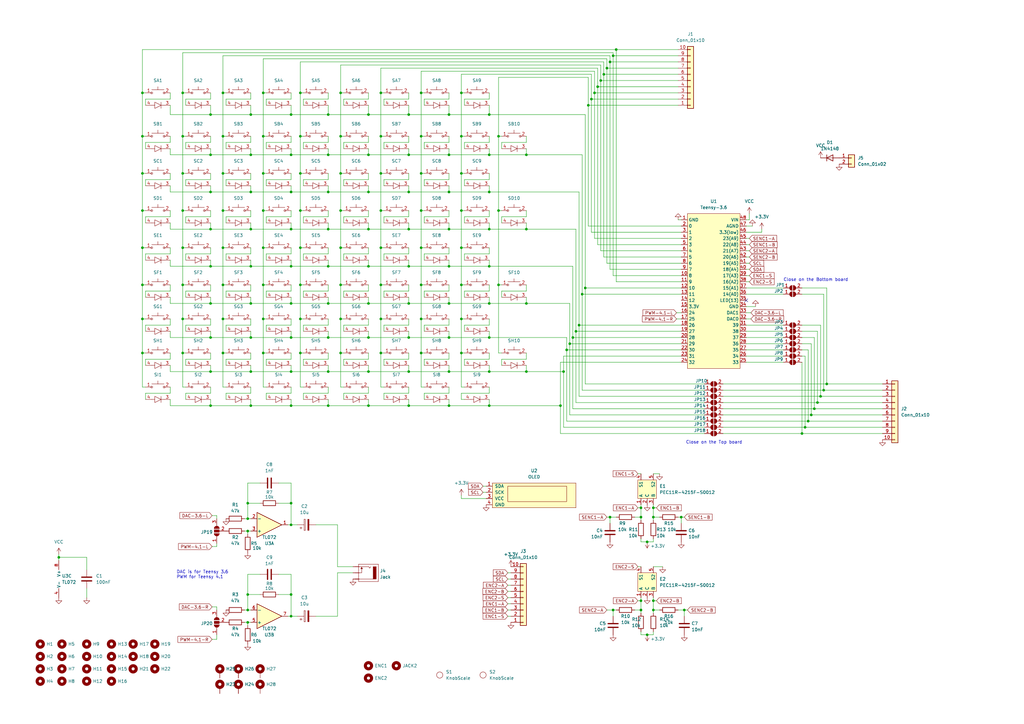
<source format=kicad_sch>
(kicad_sch (version 20231120) (generator "eeschema") (generator_version "8.0")
  (paper "A3")
  (title_block (title "Wicked Keys") (date "2022-09-29") (rev "1.0") (company "Leonardo Laguna Ruiz (Vult-DSP)") (comment 1 "License: CC BY-NC-SA"))
  (junction (at 200.66 46.99))
  (junction (at 200.66 138.43))
  (junction (at 123.19 38.1))
  (junction (at 86.36 78.74))
  (junction (at 241.3 43.18))
  (junction (at 189.23 55.88))
  (junction (at 200.66 63.5))
  (junction (at 58.42 130.81))
  (junction (at 200.66 166.37))
  (junction (at 267.97 250.19))
  (junction (at 167.64 78.74))
  (junction (at 229.87 166.37))
  (junction (at 200.66 78.74))
  (junction (at 151.13 109.22))
  (junction (at 184.15 93.98))
  (junction (at 172.72 144.78))
  (junction (at 238.76 120.65))
  (junction (at 102.87 124.46))
  (junction (at 102.87 152.4))
  (junction (at 107.95 116.84))
  (junction (at 245.11 35.56))
  (junction (at 134.62 124.46))
  (junction (at 247.65 30.48))
  (junction (at 86.36 93.98))
  (junction (at 336.55 162.56))
  (junction (at 139.7 144.78))
  (junction (at 204.47 55.88))
  (junction (at 107.95 144.78))
  (junction (at 215.9 152.4))
  (junction (at 172.72 101.6))
  (junction (at 280.67 250.19))
  (junction (at 240.03 118.11))
  (junction (at 74.93 130.81))
  (junction (at 102.87 166.37))
  (junction (at 151.13 124.46))
  (junction (at 250.19 212.09))
  (junction (at 134.62 138.43))
  (junction (at 234.95 138.43))
  (junction (at 242.57 40.64))
  (junction (at 156.21 38.1))
  (junction (at 134.62 93.98))
  (junction (at 251.46 22.86))
  (junction (at 279.4 212.09))
  (junction (at 167.64 46.99))
  (junction (at 248.92 27.94))
  (junction (at 262.89 212.09))
  (junction (at 58.42 116.84))
  (junction (at 58.42 38.1))
  (junction (at 119.38 243.84))
  (junction (at 151.13 63.5))
  (junction (at 233.68 140.97))
  (junction (at 24.13 228.6))
  (junction (at 267.97 246.38))
  (junction (at 172.72 71.12))
  (junction (at 151.13 46.99))
  (junction (at 330.2 175.26))
  (junction (at 204.47 116.84))
  (junction (at 337.82 160.02))
  (junction (at 102.87 93.98))
  (junction (at 107.95 130.81))
  (junction (at 200.66 152.4))
  (junction (at 200.66 109.22))
  (junction (at 86.36 152.4))
  (junction (at 91.44 86.36))
  (junction (at 139.7 38.1))
  (junction (at 86.36 138.43))
  (junction (at 91.44 101.6))
  (junction (at 184.15 109.22))
  (junction (at 267.97 212.09))
  (junction (at 156.21 55.88))
  (junction (at 167.64 152.4))
  (junction (at 250.19 25.4))
  (junction (at 86.36 109.22))
  (junction (at 252.73 20.32))
  (junction (at 167.64 124.46))
  (junction (at 139.7 55.88))
  (junction (at 151.13 166.37))
  (junction (at 102.87 109.22))
  (junction (at 139.7 116.84))
  (junction (at 119.38 46.99))
  (junction (at 119.38 138.43))
  (junction (at 134.62 166.37))
  (junction (at 134.62 78.74))
  (junction (at 102.87 78.74))
  (junction (at 231.14 152.4))
  (junction (at 151.13 138.43))
  (junction (at 74.93 71.12))
  (junction (at 123.19 86.36))
  (junction (at 328.93 177.8))
  (junction (at 101.6 217.805))
  (junction (at 107.95 86.36))
  (junction (at 236.22 135.89))
  (junction (at 74.93 101.6))
  (junction (at 167.64 63.5))
  (junction (at 101.6 243.84))
  (junction (at 184.15 152.4))
  (junction (at 91.44 71.12))
  (junction (at 172.72 86.36))
  (junction (at 86.36 166.37))
  (junction (at 265.43 260.35))
  (junction (at 335.28 165.1))
  (junction (at 167.64 138.43))
  (junction (at 58.42 55.88))
  (junction (at 156.21 101.6))
  (junction (at 139.7 130.81))
  (junction (at 232.41 143.51))
  (junction (at 134.62 46.99))
  (junction (at 262.89 250.19))
  (junction (at 107.95 101.6))
  (junction (at 102.87 63.5))
  (junction (at 265.43 222.25))
  (junction (at 119.38 152.4))
  (junction (at 251.46 250.19))
  (junction (at 107.95 38.1))
  (junction (at 189.23 116.84))
  (junction (at 215.9 63.5))
  (junction (at 101.6 255.27))
  (junction (at 107.95 55.88))
  (junction (at 156.21 86.36))
  (junction (at 119.38 166.37))
  (junction (at 86.36 124.46))
  (junction (at 91.44 144.78))
  (junction (at 339.09 157.48))
  (junction (at 123.19 55.88))
  (junction (at 123.19 71.12))
  (junction (at 167.64 93.98))
  (junction (at 156.21 144.78))
  (junction (at 184.15 138.43))
  (junction (at 119.38 215.265))
  (junction (at 119.38 109.22))
  (junction (at 102.87 138.43))
  (junction (at 189.23 101.6))
  (junction (at 86.36 63.5))
  (junction (at 91.44 130.81))
  (junction (at 91.44 116.84))
  (junction (at 101.6 250.19))
  (junction (at 58.42 144.78))
  (junction (at 119.38 63.5))
  (junction (at 134.62 63.5))
  (junction (at 215.9 93.98))
  (junction (at 237.49 133.35))
  (junction (at 331.47 172.72))
  (junction (at 184.15 78.74))
  (junction (at 189.23 86.36))
  (junction (at 74.93 38.1))
  (junction (at 119.38 206.375))
  (junction (at 156.21 71.12))
  (junction (at 184.15 46.99))
  (junction (at 101.6 206.375))
  (junction (at 215.9 124.46))
  (junction (at 189.23 38.1))
  (junction (at 139.7 71.12))
  (junction (at 189.23 144.78))
  (junction (at 139.7 101.6))
  (junction (at 119.38 93.98))
  (junction (at 200.66 124.46))
  (junction (at 123.19 101.6))
  (junction (at 74.93 144.78))
  (junction (at 172.72 116.84))
  (junction (at 119.38 78.74))
  (junction (at 134.62 109.22))
  (junction (at 172.72 130.81))
  (junction (at 167.64 166.37))
  (junction (at 134.62 152.4))
  (junction (at 151.13 152.4))
  (junction (at 156.21 116.84))
  (junction (at 123.19 130.81))
  (junction (at 74.93 86.36))
  (junction (at 58.42 86.36))
  (junction (at 334.01 167.64))
  (junction (at 91.44 38.1))
  (junction (at 123.19 144.78))
  (junction (at 189.23 71.12))
  (junction (at 119.38 124.46))
  (junction (at 184.15 166.37))
  (junction (at 86.36 46.99))
  (junction (at 246.38 33.02))
  (junction (at 332.74 170.18))
  (junction (at 172.72 55.88))
  (junction (at 167.64 109.22))
  (junction (at 200.66 93.98))
  (junction (at 172.72 38.1))
  (junction (at 151.13 93.98))
  (junction (at 91.44 55.88))
  (junction (at 262.89 246.38))
  (junction (at 184.15 124.46))
  (junction (at 156.21 130.81))
  (junction (at 107.95 71.12))
  (junction (at 58.42 101.6))
  (junction (at 189.23 130.81))
  (junction (at 267.97 208.28))
  (junction (at 74.93 55.88))
  (junction (at 243.84 38.1))
  (junction (at 102.87 46.99))
  (junction (at 262.89 208.28))
  (junction (at 119.38 252.73))
  (junction (at 184.15 63.5))
  (junction (at 204.47 86.36))
  (junction (at 74.93 116.84))
  (junction (at 101.6 212.725))
  (junction (at 58.42 71.12))
  (junction (at 123.19 116.84))
  (junction (at 151.13 78.74))
  (junction (at 139.7 86.36))
  (no_connect (at 306.07 123.19))
  (wire (pts (xy 330.2 146.05) (xy 330.2 175.26)))
  (wire (pts (xy 102.87 130.81) (xy 102.87 133.35)))
  (wire (pts (xy 172.72 55.88) (xy 173.99 55.88)))
  (wire (pts (xy 156.21 71.12) (xy 157.48 71.12)))
  (wire (pts (xy 262.89 207.01) (xy 262.89 208.28)))
  (wire (pts (xy 184.15 135.89) (xy 184.15 138.43)))
  (wire (pts (xy 167.64 130.81) (xy 167.64 133.35)))
  (wire (pts (xy 200.66 91.44) (xy 200.66 93.98)))
  (wire (pts (xy 151.13 135.89) (xy 151.13 138.43)))
  (wire (pts (xy 306.07 135.89) (xy 321.31 135.89)))
  (wire (pts (xy 151.13 86.36) (xy 151.13 88.9)))
  (wire (pts (xy 190.5 133.35) (xy 190.5 135.89)))
  (wire (pts (xy 172.72 86.36) (xy 173.99 86.36)))
  (wire (pts (xy 86.36 166.37) (xy 102.87 166.37)))
  (wire (pts (xy 119.38 121.92) (xy 119.38 124.46)))
  (wire (pts (xy 156.21 86.36) (xy 156.21 71.12)))
  (wire (pts (xy 24.13 228.6) (xy 24.13 229.87)))
  (wire (pts (xy 123.19 130.81) (xy 123.19 144.78)))
  (wire (pts (xy 58.42 158.75) (xy 58.42 144.78)))
  (wire (pts (xy 86.995 211.455) (xy 88.9 211.455)))
  (wire (pts (xy 233.68 140.97) (xy 279.4 140.97)))
  (wire (pts (xy 59.69 158.75) (xy 58.42 158.75)))
  (wire (pts (xy 119.38 60.96) (xy 119.38 63.5)))
  (wire (pts (xy 151.13 78.74) (xy 167.64 78.74)))
  (wire (pts (xy 107.95 116.84) (xy 109.22 116.84)))
  (wire (pts (xy 59.69 73.66) (xy 59.69 76.2)))
  (wire (pts (xy 86.36 138.43) (xy 102.87 138.43)))
  (wire (pts (xy 189.23 116.84) (xy 190.5 116.84)))
  (wire (pts (xy 123.19 25.4) (xy 123.19 38.1)))
  (wire (pts (xy 102.87 43.18) (xy 102.87 46.99)))
  (wire (pts (xy 74.93 101.6) (xy 76.2 101.6)))
  (wire (pts (xy 69.85 135.89) (xy 69.85 138.43)))
  (wire (pts (xy 91.44 55.88) (xy 92.71 55.88)))
  (wire (pts (xy 106.68 235.585) (xy 101.6 235.585)))
  (wire (pts (xy 124.46 88.9) (xy 124.46 91.44)))
  (wire (pts (xy 215.9 55.88) (xy 215.9 58.42)))
  (wire (pts (xy 101.6 255.27) (xy 102.87 255.27)))
  (wire (pts (xy 124.46 73.66) (xy 124.46 76.2)))
  (wire (pts (xy 229.87 148.59) (xy 279.4 148.59)))
  (wire (pts (xy 328.93 148.59) (xy 328.93 177.8)))
  (wire (pts (xy 167.64 158.75) (xy 167.64 161.29)))
  (wire (pts (xy 265.43 260.35) (xy 267.97 260.35)))
  (wire (pts (xy 167.64 135.89) (xy 167.64 138.43)))
  (wire (pts (xy 58.42 116.84) (xy 59.69 116.84)))
  (wire (pts (xy 134.62 63.5) (xy 151.13 63.5)))
  (wire (pts (xy 140.97 161.29) (xy 140.97 163.83)))
  (wire (pts (xy 86.36 63.5) (xy 102.87 63.5)))
  (wire (pts (xy 156.21 144.78) (xy 156.21 130.81)))
  (wire (pts (xy 306.07 146.05) (xy 321.31 146.05)))
  (wire (pts (xy 69.85 86.36) (xy 69.85 88.9)))
  (wire (pts (xy 101.6 212.725) (xy 102.87 212.725)))
  (wire (pts (xy 296.545 165.1) (xy 335.28 165.1)))
  (wire (pts (xy 156.21 38.1) (xy 157.48 38.1)))
  (wire (pts (xy 119.38 133.35) (xy 109.22 133.35)))
  (wire (pts (xy 184.15 43.18) (xy 184.15 46.99)))
  (wire (pts (xy 184.15 40.64) (xy 173.99 40.64)))
  (wire (pts (xy 134.62 121.92) (xy 134.62 124.46)))
  (wire (pts (xy 200.66 124.46) (xy 215.9 124.46)))
  (wire (pts (xy 247.65 25.4) (xy 123.19 25.4)))
  (wire (pts (xy 119.38 215.265) (xy 121.92 215.265)))
  (wire (pts (xy 107.95 71.12) (xy 109.22 71.12)))
  (wire (pts (xy 328.93 135.89) (xy 335.28 135.89)))
  (wire (pts (xy 167.64 163.83) (xy 167.64 166.37)))
  (wire (pts (xy 204.47 86.36) (xy 205.74 86.36)))
  (wire (pts (xy 167.64 55.88) (xy 167.64 58.42)))
  (wire (pts (xy 167.64 152.4) (xy 184.15 152.4)))
  (wire (pts (xy 267.97 212.09) (xy 270.51 212.09)))
  (wire (pts (xy 167.64 88.9) (xy 157.48 88.9)))
  (wire (pts (xy 156.21 130.81) (xy 157.48 130.81)))
  (wire (pts (xy 231.14 146.05) (xy 231.14 152.4)))
  (wire (pts (xy 334.01 167.64) (xy 361.95 167.64)))
  (wire (pts (xy 156.21 158.75) (xy 156.21 144.78)))
  (wire (pts (xy 123.19 116.84) (xy 124.46 116.84)))
  (wire (pts (xy 208.28 250.19) (xy 209.55 250.19)))
  (wire (pts (xy 59.69 88.9) (xy 59.69 91.44)))
  (wire (pts (xy 173.99 88.9) (xy 173.99 91.44)))
  (wire (pts (xy 102.87 166.37) (xy 119.38 166.37)))
  (wire (pts (xy 205.74 144.78) (xy 204.47 144.78)))
  (wire (pts (xy 107.95 158.75) (xy 107.95 144.78)))
  (wire (pts (xy 86.36 38.1) (xy 86.36 40.64)))
  (wire (pts (xy 208.28 237.49) (xy 209.55 237.49)))
  (wire (pts (xy 279.4 105.41) (xy 247.65 105.41)))
  (wire (pts (xy 74.93 116.84) (xy 76.2 116.84)))
  (wire (pts (xy 261.62 194.31) (xy 262.89 194.31)))
  (wire (pts (xy 200.66 86.36) (xy 200.66 88.9)))
  (wire (pts (xy 265.43 222.25) (xy 267.97 222.25)))
  (wire (pts (xy 242.57 40.64) (xy 278.13 40.64)))
  (wire (pts (xy 173.99 104.14) (xy 173.99 106.68)))
  (wire (pts (xy 86.36 144.78) (xy 86.36 147.32)))
  (wire (pts (xy 134.62 147.32) (xy 124.46 147.32)))
  (wire (pts (xy 86.36 149.86) (xy 86.36 152.4)))
  (wire (pts (xy 172.72 130.81) (xy 173.99 130.81)))
  (wire (pts (xy 189.23 203.2) (xy 189.23 204.47)))
  (wire (pts (xy 231.14 152.4) (xy 231.14 175.26)))
  (wire (pts (xy 215.9 88.9) (xy 205.74 88.9)))
  (wire (pts (xy 167.64 40.64) (xy 157.48 40.64)))
  (wire (pts (xy 69.85 93.98) (xy 86.36 93.98)))
  (wire (pts (xy 151.13 91.44) (xy 151.13 93.98)))
  (wire (pts (xy 74.93 130.81) (xy 74.93 116.84)))
  (wire (pts (xy 184.15 163.83) (xy 184.15 166.37)))
  (wire (pts (xy 88.9 262.255) (xy 88.9 260.35)))
  (wire (pts (xy 151.13 158.75) (xy 151.13 161.29)))
  (wire (pts (xy 242.57 30.48) (xy 189.23 30.48)))
  (wire (pts (xy 58.42 101.6) (xy 59.69 101.6)))
  (wire (pts (xy 102.87 133.35) (xy 92.71 133.35)))
  (wire (pts (xy 248.92 27.94) (xy 278.13 27.94)))
  (wire (pts (xy 139.7 55.88) (xy 139.7 38.1)))
  (wire (pts (xy 101.6 243.84) (xy 101.6 250.19)))
  (wire (pts (xy 59.69 161.29) (xy 59.69 163.83)))
  (wire (pts (xy 74.93 86.36) (xy 74.93 71.12)))
  (wire (pts (xy 119.38 215.265) (xy 118.11 215.265)))
  (wire (pts (xy 252.73 20.32) (xy 252.73 115.57)))
  (wire (pts (xy 91.44 22.86) (xy 91.44 38.1)))
  (wire (pts (xy 129.54 252.73) (xy 138.43 252.73)))
  (wire (pts (xy 167.64 121.92) (xy 167.64 124.46)))
  (wire (pts (xy 200.66 119.38) (xy 190.5 119.38)))
  (wire (pts (xy 69.85 58.42) (xy 59.69 58.42)))
  (wire (pts (xy 91.44 71.12) (xy 92.71 71.12)))
  (wire (pts (xy 76.2 88.9) (xy 76.2 91.44)))
  (wire (pts (xy 106.68 206.375) (xy 101.6 206.375)))
  (wire (pts (xy 251.46 22.86) (xy 278.13 22.86)))
  (wire (pts (xy 86.36 130.81) (xy 86.36 133.35)))
  (wire (pts (xy 123.19 55.88) (xy 124.46 55.88)))
  (wire (pts (xy 236.22 135.89) (xy 279.4 135.89)))
  (wire (pts (xy 76.2 58.42) (xy 76.2 60.96)))
  (wire (pts (xy 74.93 38.1) (xy 74.93 21.59)))
  (wire (pts (xy 118.11 252.73) (xy 119.38 252.73)))
  (wire (pts (xy 184.15 63.5) (xy 200.66 63.5)))
  (wire (pts (xy 151.13 124.46) (xy 167.64 124.46)))
  (wire (pts (xy 92.71 73.66) (xy 92.71 76.2)))
  (wire (pts (xy 337.82 120.65) (xy 337.82 160.02)))
  (wire (pts (xy 233.68 170.18) (xy 288.925 170.18)))
  (wire (pts (xy 109.22 40.64) (xy 109.22 43.18)))
  (wire (pts (xy 114.3 206.375) (xy 119.38 206.375)))
  (wire (pts (xy 151.13 147.32) (xy 140.97 147.32)))
  (wire (pts (xy 109.22 133.35) (xy 109.22 135.89)))
  (wire (pts (xy 184.15 161.29) (xy 173.99 161.29)))
  (wire (pts (xy 250.19 25.4) (xy 278.13 25.4)))
  (wire (pts (xy 151.13 43.18) (xy 151.13 46.99)))
  (wire (pts (xy 91.44 158.75) (xy 91.44 144.78)))
  (wire (pts (xy 189.23 30.48) (xy 189.23 38.1)))
  (wire (pts (xy 200.66 158.75) (xy 200.66 161.29)))
  (wire (pts (xy 157.48 88.9) (xy 157.48 91.44)))
  (wire (pts (xy 184.15 46.99) (xy 200.66 46.99)))
  (wire (pts (xy 215.9 63.5) (xy 238.76 63.5)))
  (wire (pts (xy 119.38 101.6) (xy 119.38 104.14)))
  (wire (pts (xy 204.47 31.75) (xy 241.3 31.75)))
  (wire (pts (xy 88.9 224.155) (xy 88.9 222.885)))
  (wire (pts (xy 248.92 107.95) (xy 279.4 107.95)))
  (wire (pts (xy 107.95 144.78) (xy 107.95 130.81)))
  (wire (pts (xy 139.7 144.78) (xy 139.7 130.81)))
  (wire (pts (xy 134.62 58.42) (xy 124.46 58.42)))
  (wire (pts (xy 107.95 144.78) (xy 109.22 144.78)))
  (wire (pts (xy 261.62 232.41) (xy 262.89 232.41)))
  (wire (pts (xy 59.69 58.42) (xy 59.69 60.96)))
  (wire (pts (xy 262.89 259.08) (xy 262.89 260.35)))
  (wire (pts (xy 101.6 250.19) (xy 102.87 250.19)))
  (wire (pts (xy 243.84 38.1) (xy 278.13 38.1)))
  (wire (pts (xy 262.89 250.19) (xy 262.89 251.46)))
  (wire (pts (xy 139.7 86.36) (xy 139.7 71.12)))
  (wire (pts (xy 306.07 120.65) (xy 321.31 120.65)))
  (wire (pts (xy 124.46 40.64) (xy 124.46 43.18)))
  (wire (pts (xy 336.55 162.56) (xy 361.95 162.56)))
  (wire (pts (xy 69.85 38.1) (xy 69.85 40.64)))
  (wire (pts (xy 172.72 86.36) (xy 172.72 71.12)))
  (wire (pts (xy 139.7 71.12) (xy 139.7 55.88)))
  (wire (pts (xy 200.66 55.88) (xy 200.66 58.42)))
  (wire (pts (xy 184.15 158.75) (xy 184.15 161.29)))
  (wire (pts (xy 86.36 101.6) (xy 86.36 104.14)))
  (wire (pts (xy 86.36 147.32) (xy 76.2 147.32)))
  (wire (pts (xy 69.85 43.18) (xy 69.85 46.99)))
  (wire (pts (xy 190.5 104.14) (xy 190.5 106.68)))
  (wire (pts (xy 102.87 144.78) (xy 102.87 147.32)))
  (wire (pts (xy 306.07 148.59) (xy 321.31 148.59)))
  (wire (pts (xy 109.22 158.75) (xy 107.95 158.75)))
  (wire (pts (xy 184.15 152.4) (xy 200.66 152.4)))
  (wire (pts (xy 86.36 109.22) (xy 102.87 109.22)))
  (wire (pts (xy 119.38 138.43) (xy 134.62 138.43)))
  (wire (pts (xy 184.15 93.98) (xy 200.66 93.98)))
  (wire (pts (xy 151.13 152.4) (xy 167.64 152.4)))
  (wire (pts (xy 123.19 101.6) (xy 124.46 101.6)))
  (wire (pts (xy 248.92 24.13) (xy 248.92 27.94)))
  (wire (pts (xy 156.21 101.6) (xy 157.48 101.6)))
  (wire (pts (xy 205.74 119.38) (xy 205.74 121.92)))
  (wire (pts (xy 215.9 60.96) (xy 215.9 63.5)))
  (wire (pts (xy 76.2 147.32) (xy 76.2 149.86)))
  (wire (pts (xy 157.48 104.14) (xy 157.48 106.68)))
  (wire (pts (xy 134.62 166.37) (xy 151.13 166.37)))
  (wire (pts (xy 173.99 161.29) (xy 173.99 163.83)))
  (wire (pts (xy 251.46 21.59) (xy 251.46 22.86)))
  (wire (pts (xy 167.64 38.1) (xy 167.64 40.64)))
  (wire (pts (xy 267.97 208.28) (xy 267.97 212.09)))
  (wire (pts (xy 91.44 86.36) (xy 91.44 71.12)))
  (wire (pts (xy 58.42 71.12) (xy 58.42 55.88)))
  (wire (pts (xy 156.21 27.94) (xy 156.21 38.1)))
  (wire (pts (xy 76.2 104.14) (xy 76.2 106.68)))
  (wire (pts (xy 189.23 158.75) (xy 190.5 158.75)))
  (wire (pts (xy 109.22 104.14) (xy 109.22 106.68)))
  (wire (pts (xy 74.93 158.75) (xy 74.93 144.78)))
  (wire (pts (xy 119.38 88.9) (xy 109.22 88.9)))
  (wire (pts (xy 200.66 149.86) (xy 200.66 152.4)))
  (wire (pts (xy 306.07 125.73) (xy 309.88 125.73)))
  (wire (pts (xy 134.62 163.83) (xy 134.62 166.37)))
  (wire (pts (xy 278.13 90.17) (xy 279.4 90.17)))
  (wire (pts (xy 109.22 161.29) (xy 109.22 163.83)))
  (wire (pts (xy 59.69 133.35) (xy 59.69 135.89)))
  (wire (pts (xy 69.85 144.78) (xy 69.85 147.32)))
  (wire (pts (xy 101.6 206.375) (xy 101.6 212.725)))
  (wire (pts (xy 167.64 73.66) (xy 157.48 73.66)))
  (wire (pts (xy 234.95 109.22) (xy 234.95 138.43)))
  (wire (pts (xy 200.66 63.5) (xy 215.9 63.5)))
  (wire (pts (xy 109.22 119.38) (xy 109.22 121.92)))
  (wire (pts (xy 123.19 38.1) (xy 123.19 55.88)))
  (wire (pts (xy 100.33 255.27) (xy 101.6 255.27)))
  (wire (pts (xy 114.3 243.84) (xy 119.38 243.84)))
  (wire (pts (xy 86.36 124.46) (xy 102.87 124.46)))
  (wire (pts (xy 237.49 133.35) (xy 279.4 133.35)))
  (wire (pts (xy 215.9 58.42) (xy 205.74 58.42)))
  (wire (pts (xy 200.66 166.37) (xy 229.87 166.37)))
  (wire (pts (xy 334.01 138.43) (xy 334.01 167.64)))
  (wire (pts (xy 240.03 118.11) (xy 279.4 118.11)))
  (wire (pts (xy 200.66 147.32) (xy 190.5 147.32)))
  (wire (pts (xy 139.7 55.88) (xy 140.97 55.88)))
  (wire (pts (xy 86.36 71.12) (xy 86.36 73.66)))
  (wire (pts (xy 86.36 135.89) (xy 86.36 138.43)))
  (wire (pts (xy 241.3 92.71) (xy 279.4 92.71)))
  (wire (pts (xy 134.62 116.84) (xy 134.62 119.38)))
  (wire (pts (xy 242.57 30.48) (xy 242.57 40.64)))
  (wire (pts (xy 280.67 250.19) (xy 280.67 252.73)))
  (wire (pts (xy 102.87 73.66) (xy 92.71 73.66)))
  (wire (pts (xy 74.93 116.84) (xy 74.93 101.6)))
  (wire (pts (xy 69.85 158.75) (xy 69.85 161.29)))
  (wire (pts (xy 119.38 106.68) (xy 119.38 109.22)))
  (wire (pts (xy 119.38 91.44) (xy 119.38 93.98)))
  (wire (pts (xy 184.15 104.14) (xy 173.99 104.14)))
  (wire (pts (xy 69.85 133.35) (xy 59.69 133.35)))
  (wire (pts (xy 184.15 55.88) (xy 184.15 58.42)))
  (wire (pts (xy 189.23 130.81) (xy 189.23 116.84)))
  (wire (pts (xy 74.93 38.1) (xy 76.2 38.1)))
  (wire (pts (xy 306.07 110.49) (xy 307.34 110.49)))
  (wire (pts (xy 306.07 115.57) (xy 307.34 115.57)))
  (wire (pts (xy 172.72 38.1) (xy 173.99 38.1)))
  (wire (pts (xy 58.42 130.81) (xy 58.42 116.84)))
  (wire (pts (xy 91.44 144.78) (xy 92.71 144.78)))
  (wire (pts (xy 102.87 58.42) (xy 92.71 58.42)))
  (wire (pts (xy 331.47 172.72) (xy 361.95 172.72)))
  (wire (pts (xy 307.34 87.63) (xy 307.34 90.17)))
  (wire (pts (xy 233.68 140.97) (xy 233.68 170.18)))
  (wire (pts (xy 144.78 232.41) (xy 138.43 232.41)))
  (wire (pts (xy 184.15 71.12) (xy 184.15 73.66)))
  (wire (pts (xy 245.11 35.56) (xy 245.11 100.33)))
  (wire (pts (xy 58.42 55.88) (xy 59.69 55.88)))
  (wire (pts (xy 119.38 149.86) (xy 119.38 152.4)))
  (wire (pts (xy 250.19 22.86) (xy 91.44 22.86)))
  (wire (pts (xy 69.85 138.43) (xy 86.36 138.43)))
  (wire (pts (xy 339.09 118.11) (xy 339.09 157.48)))
  (wire (pts (xy 262.89 246.38) (xy 262.89 245.11)))
  (wire (pts (xy 269.24 246.38) (xy 267.97 246.38)))
  (wire (pts (xy 156.21 86.36) (xy 157.48 86.36)))
  (wire (pts (xy 328.93 138.43) (xy 334.01 138.43)))
  (wire (pts (xy 339.09 157.48) (xy 361.95 157.48)))
  (wire (pts (xy 59.69 40.64) (xy 59.69 43.18)))
  (wire (pts (xy 69.85 121.92) (xy 69.85 124.46)))
  (wire (pts (xy 134.62 119.38) (xy 124.46 119.38)))
  (wire (pts (xy 246.38 26.67) (xy 246.38 33.02)))
  (wire (pts (xy 86.36 104.14) (xy 76.2 104.14)))
  (wire (pts (xy 123.19 71.12) (xy 124.46 71.12)))
  (wire (pts (xy 262.89 208.28) (xy 262.89 212.09)))
  (wire (pts (xy 189.23 161.29) (xy 200.66 161.29)))
  (wire (pts (xy 247.65 30.48) (xy 247.65 105.41)))
  (wire (pts (xy 306.07 128.27) (xy 307.975 128.27)))
  (wire (pts (xy 102.87 149.86) (xy 102.87 152.4)))
  (wire (pts (xy 184.15 138.43) (xy 200.66 138.43)))
  (wire (pts (xy 151.13 93.98) (xy 167.64 93.98)))
  (wire (pts (xy 86.36 40.64) (xy 76.2 40.64)))
  (wire (pts (xy 69.85 60.96) (xy 69.85 63.5)))
  (wire (pts (xy 124.46 161.29) (xy 124.46 163.83)))
  (wire (pts (xy 151.13 121.92) (xy 151.13 124.46)))
  (wire (pts (xy 139.7 38.1) (xy 139.7 26.67)))
  (wire (pts (xy 86.995 224.155) (xy 88.9 224.155)))
  (wire (pts (xy 156.21 116.84) (xy 157.48 116.84)))
  (wire (pts (xy 91.44 71.12) (xy 91.44 55.88)))
  (wire (pts (xy 74.93 71.12) (xy 76.2 71.12)))
  (wire (pts (xy 69.85 78.74) (xy 86.36 78.74)))
  (wire (pts (xy 251.46 250.19) (xy 252.73 250.19)))
  (wire (pts (xy 58.42 130.81) (xy 59.69 130.81)))
  (wire (pts (xy 208.28 252.73) (xy 209.55 252.73)))
  (wire (pts (xy 151.13 116.84) (xy 151.13 119.38)))
  (wire (pts (xy 69.85 152.4) (xy 86.36 152.4)))
  (wire (pts (xy 267.97 208.28) (xy 267.97 207.01)))
  (wire (pts (xy 231.14 175.26) (xy 288.925 175.26)))
  (wire (pts (xy 102.87 88.9) (xy 92.71 88.9)))
  (wire (pts (xy 102.87 106.68) (xy 102.87 109.22)))
  (wire (pts (xy 184.15 78.74) (xy 200.66 78.74)))
  (wire (pts (xy 156.21 55.88) (xy 156.21 38.1)))
  (wire (pts (xy 74.93 101.6) (xy 74.93 86.36)))
  (wire (pts (xy 119.38 43.18) (xy 119.38 46.99)))
  (wire (pts (xy 35.56 241.3) (xy 35.56 245.11)))
  (wire (pts (xy 35.56 228.6) (xy 24.13 228.6)))
  (wire (pts (xy 200.66 78.74) (xy 237.49 78.74)))
  (wire (pts (xy 184.15 38.1) (xy 184.15 40.64)))
  (wire (pts (xy 102.87 76.2) (xy 102.87 78.74)))
  (wire (pts (xy 100.33 250.19) (xy 101.6 250.19)))
  (wire (pts (xy 200.66 101.6) (xy 200.66 104.14)))
  (wire (pts (xy 200.66 133.35) (xy 190.5 133.35)))
  (wire (pts (xy 189.23 101.6) (xy 189.23 86.36)))
  (wire (pts (xy 157.48 158.75) (xy 156.21 158.75)))
  (wire (pts (xy 189.23 163.83) (xy 189.23 161.29)))
  (wire (pts (xy 91.44 86.36) (xy 92.71 86.36)))
  (wire (pts (xy 330.2 175.26) (xy 361.95 175.26)))
  (wire (pts (xy 92.71 40.64) (xy 92.71 43.18)))
  (wire (pts (xy 234.95 138.43) (xy 234.95 167.64)))
  (wire (pts (xy 167.64 109.22) (xy 184.15 109.22)))
  (wire (pts (xy 167.64 60.96) (xy 167.64 63.5)))
  (wire (pts (xy 139.7 130.81) (xy 140.97 130.81)))
  (wire (pts (xy 337.82 160.02) (xy 361.95 160.02)))
  (wire (pts (xy 167.64 46.99) (xy 184.15 46.99)))
  (wire (pts (xy 296.545 157.48) (xy 339.09 157.48)))
  (wire (pts (xy 58.42 144.78) (xy 59.69 144.78)))
  (wire (pts (xy 328.93 133.35) (xy 336.55 133.35)))
  (wire (pts (xy 92.71 104.14) (xy 92.71 106.68)))
  (wire (pts (xy 119.38 158.75) (xy 119.38 161.29)))
  (wire (pts (xy 156.21 55.88) (xy 157.48 55.88)))
  (wire (pts (xy 123.19 55.88) (xy 123.19 71.12)))
  (wire (pts (xy 173.99 119.38) (xy 173.99 121.92)))
  (wire (pts (xy 184.15 86.36) (xy 184.15 88.9)))
  (wire (pts (xy 151.13 138.43) (xy 167.64 138.43)))
  (wire (pts (xy 167.64 58.42) (xy 157.48 58.42)))
  (wire (pts (xy 151.13 88.9) (xy 140.97 88.9)))
  (wire (pts (xy 86.36 152.4) (xy 102.87 152.4)))
  (wire (pts (xy 119.38 55.88) (xy 119.38 58.42)))
  (wire (pts (xy 119.38 109.22) (xy 134.62 109.22)))
  (wire (pts (xy 200.66 43.18) (xy 200.66 46.99)))
  (wire (pts (xy 124.46 133.35) (xy 124.46 135.89)))
  (wire (pts (xy 134.62 55.88) (xy 134.62 58.42)))
  (wire (pts (xy 215.9 124.46) (xy 233.68 124.46)))
  (wire (pts (xy 107.95 38.1) (xy 107.95 24.13)))
  (wire (pts (xy 58.42 71.12) (xy 59.69 71.12)))
  (wire (pts (xy 251.46 22.86) (xy 251.46 113.03)))
  (wire (pts (xy 102.87 135.89) (xy 102.87 138.43)))
  (wire (pts (xy 200.66 166.37) (xy 200.66 163.83)))
  (wire (pts (xy 157.48 73.66) (xy 157.48 76.2)))
  (wire (pts (xy 119.38 135.89) (xy 119.38 138.43)))
  (wire (pts (xy 267.97 246.38) (xy 267.97 250.19)))
  (wire (pts (xy 102.87 121.92) (xy 102.87 124.46)))
  (wire (pts (xy 167.64 144.78) (xy 167.64 147.32)))
  (wire (pts (xy 267.97 260.35) (xy 267.97 259.08)))
  (wire (pts (xy 172.72 71.12) (xy 172.72 55.88)))
  (wire (pts (xy 74.93 55.88) (xy 74.93 38.1)))
  (wire (pts (xy 189.23 158.75) (xy 189.23 144.78)))
  (wire (pts (xy 123.19 144.78) (xy 123.19 158.75)))
  (wire (pts (xy 251.46 113.03) (xy 279.4 113.03)))
  (wire (pts (xy 151.13 166.37) (xy 167.64 166.37)))
  (wire (pts (xy 139.7 158.75) (xy 139.7 144.78)))
  (wire (pts (xy 306.07 130.81) (xy 307.975 130.81)))
  (wire (pts (xy 134.62 91.44) (xy 134.62 93.98)))
  (wire (pts (xy 102.87 38.1) (xy 102.87 40.64)))
  (wire (pts (xy 234.95 167.64) (xy 288.925 167.64)))
  (wire (pts (xy 86.36 88.9) (xy 76.2 88.9)))
  (wire (pts (xy 184.15 130.81) (xy 184.15 133.35)))
  (wire (pts (xy 306.07 143.51) (xy 321.31 143.51)))
  (wire (pts (xy 102.87 78.74) (xy 119.38 78.74)))
  (wire (pts (xy 86.36 73.66) (xy 76.2 73.66)))
  (wire (pts (xy 101.6 217.805) (xy 101.6 219.075)))
  (wire (pts (xy 35.56 233.68) (xy 35.56 228.6)))
  (wire (pts (xy 237.49 133.35) (xy 237.49 162.56)))
  (wire (pts (xy 69.85 104.14) (xy 59.69 104.14)))
  (wire (pts (xy 184.15 58.42) (xy 173.99 58.42)))
  (wire (pts (xy 134.62 158.75) (xy 134.62 161.29)))
  (wire (pts (xy 102.87 55.88) (xy 102.87 58.42)))
  (wire (pts (xy 58.42 86.36) (xy 59.69 86.36)))
  (wire (pts (xy 200.66 104.14) (xy 190.5 104.14)))
  (wire (pts (xy 189.23 86.36) (xy 190.5 86.36)))
  (wire (pts (xy 119.38 198.12) (xy 119.38 206.375)))
  (wire (pts (xy 172.72 130.81) (xy 172.72 116.84)))
  (wire (pts (xy 86.995 262.255) (xy 88.9 262.255)))
  (wire (pts (xy 215.9 144.78) (xy 215.9 147.32)))
  (wire (pts (xy 208.28 240.03) (xy 209.55 240.03)))
  (wire (pts (xy 86.36 86.36) (xy 86.36 88.9)))
  (wire (pts (xy 74.93 71.12) (xy 74.93 55.88)))
  (wire (pts (xy 76.2 133.35) (xy 76.2 135.89)))
  (wire (pts (xy 123.19 130.81) (xy 124.46 130.81)))
  (wire (pts (xy 119.38 252.73) (xy 121.92 252.73)))
  (wire (pts (xy 134.62 135.89) (xy 134.62 138.43)))
  (wire (pts (xy 134.62 161.29) (xy 124.46 161.29)))
  (wire (pts (xy 151.13 76.2) (xy 151.13 78.74)))
  (wire (pts (xy 331.47 143.51) (xy 331.47 172.72)))
  (wire (pts (xy 151.13 149.86) (xy 151.13 152.4)))
  (wire (pts (xy 86.995 248.92) (xy 88.9 248.92)))
  (wire (pts (xy 151.13 63.5) (xy 167.64 63.5)))
  (wire (pts (xy 151.13 144.78) (xy 151.13 147.32)))
  (wire (pts (xy 232.41 143.51) (xy 279.4 143.51)))
  (wire (pts (xy 167.64 133.35) (xy 157.48 133.35)))
  (wire (pts (xy 138.43 215.265) (xy 138.43 232.41)))
  (wire (pts (xy 109.22 73.66) (xy 109.22 76.2)))
  (wire (pts (xy 124.46 104.14) (xy 124.46 106.68)))
  (wire (pts (xy 58.42 38.1) (xy 59.69 38.1)))
  (wire (pts (xy 119.38 71.12) (xy 119.38 73.66)))
  (wire (pts (xy 245.11 100.33) (xy 279.4 100.33)))
  (wire (pts (xy 229.87 148.59) (xy 229.87 166.37)))
  (wire (pts (xy 139.7 116.84) (xy 140.97 116.84)))
  (wire (pts (xy 246.38 102.87) (xy 279.4 102.87)))
  (wire (pts (xy 296.545 170.18) (xy 332.74 170.18)))
  (wire (pts (xy 106.68 243.84) (xy 101.6 243.84)))
  (wire (pts (xy 107.95 101.6) (xy 109.22 101.6)))
  (wire (pts (xy 190.5 163.83) (xy 189.23 163.83)))
  (wire (pts (xy 236.22 165.1) (xy 288.925 165.1)))
  (wire (pts (xy 184.15 149.86) (xy 184.15 152.4)))
  (wire (pts (xy 242.57 40.64) (xy 242.57 95.25)))
  (wire (pts (xy 134.62 124.46) (xy 151.13 124.46)))
  (wire (pts (xy 86.36 116.84) (xy 86.36 119.38)))
  (wire (pts (xy 296.545 160.02) (xy 337.82 160.02)))
  (wire (pts (xy 200.66 76.2) (xy 200.66 78.74)))
  (wire (pts (xy 167.64 91.44) (xy 167.64 93.98)))
  (wire (pts (xy 24.13 228.6) (xy 24.13 227.33)))
  (wire (pts (xy 157.48 133.35) (xy 157.48 135.89)))
  (wire (pts (xy 205.74 55.88) (xy 204.47 55.88)))
  (wire (pts (xy 134.62 109.22) (xy 151.13 109.22)))
  (wire (pts (xy 267.97 232.41) (xy 271.78 232.41)))
  (wire (pts (xy 167.64 124.46) (xy 184.15 124.46)))
  (wire (pts (xy 184.15 119.38) (xy 173.99 119.38)))
  (wire (pts (xy 260.35 212.09) (xy 262.89 212.09)))
  (wire (pts (xy 69.85 55.88) (xy 69.85 58.42)))
  (wire (pts (xy 102.87 116.84) (xy 102.87 119.38)))
  (wire (pts (xy 167.64 76.2) (xy 167.64 78.74)))
  (wire (pts (xy 190.5 119.38) (xy 190.5 121.92)))
  (wire (pts (xy 205.74 147.32) (xy 205.74 149.86)))
  (wire (pts (xy 267.97 194.31) (xy 270.51 194.31)))
  (wire (pts (xy 86.36 76.2) (xy 86.36 78.74)))
  (wire (pts (xy 215.9 93.98) (xy 236.22 93.98)))
  (wire (pts (xy 267.97 250.19) (xy 267.97 251.46)))
  (wire (pts (xy 247.65 30.48) (xy 278.13 30.48)))
  (wire (pts (xy 200.66 60.96) (xy 200.66 63.5)))
  (wire (pts (xy 215.9 152.4) (xy 231.14 152.4)))
  (wire (pts (xy 241.3 43.18) (xy 241.3 92.71)))
  (wire (pts (xy 134.62 88.9) (xy 124.46 88.9)))
  (wire (pts (xy 107.95 86.36) (xy 107.95 71.12)))
  (wire (pts (xy 328.93 177.8) (xy 361.95 177.8)))
  (wire (pts (xy 200.66 93.98) (xy 215.9 93.98)))
  (wire (pts (xy 200.66 71.12) (xy 200.66 73.66)))
  (wire (pts (xy 107.95 71.12) (xy 107.95 55.88)))
  (wire (pts (xy 139.7 38.1) (xy 140.97 38.1)))
  (wire (pts (xy 248.92 27.94) (xy 248.92 107.95)))
  (wire (pts (xy 205.74 58.42) (xy 205.74 60.96)))
  (wire (pts (xy 102.87 119.38) (xy 92.71 119.38)))
  (wire (pts (xy 123.19 101.6) (xy 123.19 116.84)))
  (wire (pts (xy 172.72 29.21) (xy 243.84 29.21)))
  (wire (pts (xy 200.66 130.81) (xy 200.66 133.35)))
  (wire (pts (xy 248.92 250.19) (xy 251.46 250.19)))
  (wire (pts (xy 296.545 172.72) (xy 331.47 172.72)))
  (wire (pts (xy 114.3 235.585) (xy 119.38 235.585)))
  (wire (pts (xy 119.38 46.99) (xy 134.62 46.99)))
  (wire (pts (xy 107.95 55.88) (xy 107.95 38.1)))
  (wire (pts (xy 134.62 144.78) (xy 134.62 147.32)))
  (wire (pts (xy 138.43 234.95) (xy 138.43 252.73)))
  (wire (pts (xy 86.36 133.35) (xy 76.2 133.35)))
  (wire (pts (xy 69.85 130.81) (xy 69.85 133.35)))
  (wire (pts (xy 102.87 93.98) (xy 119.38 93.98)))
  (wire (pts (xy 124.46 158.75) (xy 123.19 158.75)))
  (wire (pts (xy 102.87 104.14) (xy 92.71 104.14)))
  (wire (pts (xy 140.97 58.42) (xy 140.97 60.96)))
  (wire (pts (xy 234.95 138.43) (xy 279.4 138.43)))
  (wire (pts (xy 238.76 120.65) (xy 238.76 160.02)))
  (wire (pts (xy 215.9 116.84) (xy 215.9 119.38)))
  (wire (pts (xy 167.64 71.12) (xy 167.64 73.66)))
  (wire (pts (xy 184.15 88.9) (xy 173.99 88.9)))
  (wire (pts (xy 134.62 76.2) (xy 134.62 78.74)))
  (wire (pts (xy 233.68 124.46) (xy 233.68 140.97)))
  (wire (pts (xy 238.76 120.65) (xy 279.4 120.65)))
  (wire (pts (xy 91.44 55.88) (xy 91.44 38.1)))
  (wire (pts (xy 296.545 167.64) (xy 334.01 167.64)))
  (wire (pts (xy 69.85 76.2) (xy 69.85 78.74)))
  (wire (pts (xy 107.95 101.6) (xy 107.95 86.36)))
  (wire (pts (xy 167.64 149.86) (xy 167.64 152.4)))
  (wire (pts (xy 200.66 58.42) (xy 190.5 58.42)))
  (wire (pts (xy 123.19 86.36) (xy 123.19 101.6)))
  (wire (pts (xy 306.07 102.87) (xy 307.34 102.87)))
  (wire (pts (xy 232.41 143.51) (xy 232.41 172.72)))
  (wire (pts (xy 173.99 133.35) (xy 173.99 135.89)))
  (wire (pts (xy 69.85 101.6) (xy 69.85 104.14)))
  (wire (pts (xy 109.22 58.42) (xy 109.22 60.96)))
  (wire (pts (xy 140.97 147.32) (xy 140.97 149.86)))
  (wire (pts (xy 134.62 101.6) (xy 134.62 104.14)))
  (wire (pts (xy 172.72 116.84) (xy 172.72 101.6)))
  (wire (pts (xy 102.87 46.99) (xy 119.38 46.99)))
  (wire (pts (xy 69.85 124.46) (xy 86.36 124.46)))
  (wire (pts (xy 151.13 71.12) (xy 151.13 73.66)))
  (wire (pts (xy 69.85 149.86) (xy 69.85 152.4)))
  (wire (pts (xy 123.19 116.84) (xy 123.19 130.81)))
  (wire (pts (xy 139.7 26.67) (xy 246.38 26.67)))
  (wire (pts (xy 151.13 46.99) (xy 167.64 46.99)))
  (wire (pts (xy 102.87 138.43) (xy 119.38 138.43)))
  (wire (pts (xy 119.38 104.14) (xy 109.22 104.14)))
  (wire (pts (xy 151.13 133.35) (xy 140.97 133.35)))
  (wire (pts (xy 198.12 199.39) (xy 199.39 199.39)))
  (wire (pts (xy 189.23 71.12) (xy 190.5 71.12)))
  (wire (pts (xy 91.44 144.78) (xy 91.44 130.81)))
  (wire (pts (xy 306.07 107.95) (xy 307.34 107.95)))
  (wire (pts (xy 189.23 144.78) (xy 190.5 144.78)))
  (wire (pts (xy 76.2 161.29) (xy 76.2 163.83)))
  (wire (pts (xy 151.13 109.22) (xy 167.64 109.22)))
  (wire (pts (xy 134.62 149.86) (xy 134.62 152.4)))
  (wire (pts (xy 140.97 88.9) (xy 140.97 91.44)))
  (wire (pts (xy 92.71 161.29) (xy 92.71 163.83)))
  (wire (pts (xy 167.64 161.29) (xy 157.48 161.29)))
  (wire (pts (xy 198.12 201.93) (xy 199.39 201.93)))
  (wire (pts (xy 123.19 144.78) (xy 124.46 144.78)))
  (wire (pts (xy 238.76 63.5) (xy 238.76 120.65)))
  (wire (pts (xy 200.66 109.22) (xy 234.95 109.22)))
  (wire (pts (xy 69.85 116.84) (xy 69.85 119.38)))
  (wire (pts (xy 151.13 106.68) (xy 151.13 109.22)))
  (wire (pts (xy 167.64 166.37) (xy 184.15 166.37)))
  (wire (pts (xy 200.66 73.66) (xy 190.5 73.66)))
  (wire (pts (xy 102.87 163.83) (xy 102.87 166.37)))
  (wire (pts (xy 69.85 73.66) (xy 59.69 73.66)))
  (wire (pts (xy 277.495 128.27) (xy 279.4 128.27)))
  (wire (pts (xy 69.85 71.12) (xy 69.85 73.66)))
  (wire (pts (xy 119.38 243.84) (xy 119.38 252.73)))
  (wire (pts (xy 76.2 158.75) (xy 74.93 158.75)))
  (wire (pts (xy 243.84 29.21) (xy 243.84 38.1)))
  (wire (pts (xy 123.19 71.12) (xy 123.19 86.36)))
  (wire (pts (xy 69.85 106.68) (xy 69.85 109.22)))
  (wire (pts (xy 91.44 116.84) (xy 91.44 101.6)))
  (wire (pts (xy 134.62 152.4) (xy 151.13 152.4)))
  (wire (pts (xy 172.72 116.84) (xy 173.99 116.84)))
  (wire (pts (xy 306.07 97.79) (xy 307.34 97.79)))
  (wire (pts (xy 134.62 78.74) (xy 151.13 78.74)))
  (wire (pts (xy 134.62 38.1) (xy 134.62 40.64)))
  (wire (pts (xy 280.67 250.19) (xy 281.94 250.19)))
  (wire (pts (xy 267.97 250.19) (xy 270.51 250.19)))
  (wire (pts (xy 151.13 119.38) (xy 140.97 119.38)))
  (wire (pts (xy 151.13 40.64) (xy 140.97 40.64)))
  (wire (pts (xy 200.66 135.89) (xy 200.66 138.43)))
  (wire (pts (xy 279.4 212.09) (xy 279.4 214.63)))
  (wire (pts (xy 173.99 73.66) (xy 173.99 76.2)))
  (wire (pts (xy 306.07 113.03) (xy 307.34 113.03)))
  (wire (pts (xy 134.62 93.98) (xy 151.13 93.98)))
  (wire (pts (xy 306.07 105.41) (xy 307.34 105.41)))
  (wire (pts (xy 74.93 130.81) (xy 76.2 130.81)))
  (wire (pts (xy 172.72 144.78) (xy 172.72 130.81)))
  (wire (pts (xy 91.44 101.6) (xy 92.71 101.6)))
  (wire (pts (xy 332.74 140.97) (xy 332.74 170.18)))
  (wire (pts (xy 58.42 20.32) (xy 58.42 38.1)))
  (wire (pts (xy 306.07 140.97) (xy 321.31 140.97)))
  (wire (pts (xy 328.93 143.51) (xy 331.47 143.51)))
  (wire (pts (xy 296.545 175.26) (xy 330.2 175.26)))
  (wire (pts (xy 86.36 78.74) (xy 102.87 78.74)))
  (wire (pts (xy 215.9 86.36) (xy 215.9 88.9)))
  (wire (pts (xy 69.85 40.64) (xy 59.69 40.64)))
  (wire (pts (xy 59.69 147.32) (xy 59.69 149.86)))
  (wire (pts (xy 189.23 71.12) (xy 189.23 55.88)))
  (wire (pts (xy 215.9 119.38) (xy 205.74 119.38)))
  (wire (pts (xy 306.07 92.71) (xy 308.61 92.71)))
  (wire (pts (xy 151.13 161.29) (xy 140.97 161.29)))
  (wire (pts (xy 328.93 146.05) (xy 330.2 146.05)))
  (wire (pts (xy 336.55 133.35) (xy 336.55 162.56)))
  (wire (pts (xy 184.15 60.96) (xy 184.15 63.5)))
  (wire (pts (xy 107.95 24.13) (xy 248.92 24.13)))
  (wire (pts (xy 58.42 144.78) (xy 58.42 130.81)))
  (wire (pts (xy 250.19 214.63) (xy 250.19 212.09)))
  (wire (pts (xy 278.13 212.09) (xy 279.4 212.09)))
  (wire (pts (xy 278.13 250.19) (xy 280.67 250.19)))
  (wire (pts (xy 312.42 95.25) (xy 306.07 95.25)))
  (wire (pts (xy 184.15 101.6) (xy 184.15 104.14)))
  (wire (pts (xy 204.47 55.88) (xy 204.47 31.75)))
  (wire (pts (xy 157.48 161.29) (xy 157.48 163.83)))
  (wire (pts (xy 189.23 38.1) (xy 190.5 38.1)))
  (wire (pts (xy 109.22 88.9) (xy 109.22 91.44)))
  (wire (pts (xy 335.28 165.1) (xy 361.95 165.1)))
  (wire (pts (xy 237.49 162.56) (xy 288.925 162.56)))
  (wire (pts (xy 240.03 46.99) (xy 240.03 118.11)))
  (wire (pts (xy 208.28 242.57) (xy 209.55 242.57)))
  (wire (pts (xy 190.5 58.42) (xy 190.5 60.96)))
  (wire (pts (xy 215.9 124.46) (xy 215.9 121.92)))
  (wire (pts (xy 129.54 215.265) (xy 138.43 215.265)))
  (wire (pts (xy 151.13 55.88) (xy 151.13 58.42)))
  (wire (pts (xy 246.38 33.02) (xy 246.38 102.87)))
  (wire (pts (xy 92.71 147.32) (xy 92.71 149.86)))
  (wire (pts (xy 250.19 22.86) (xy 250.19 25.4)))
  (wire (pts (xy 306.07 118.11) (xy 321.31 118.11)))
  (wire (pts (xy 107.95 130.81) (xy 109.22 130.81)))
  (wire (pts (xy 172.72 158.75) (xy 172.72 144.78)))
  (wire (pts (xy 251.46 252.73) (xy 251.46 250.19)))
  (wire (pts (xy 167.64 116.84) (xy 167.64 119.38)))
  (wire (pts (xy 328.93 118.11) (xy 339.09 118.11)))
  (wire (pts (xy 139.7 101.6) (xy 139.7 86.36)))
  (wire (pts (xy 124.46 147.32) (xy 124.46 149.86)))
  (wire (pts (xy 91.44 130.81) (xy 92.71 130.81)))
  (wire (pts (xy 172.72 144.78) (xy 173.99 144.78)))
  (wire (pts (xy 134.62 46.99) (xy 151.13 46.99)))
  (wire (pts (xy 58.42 86.36) (xy 58.42 71.12)))
  (wire (pts (xy 86.36 58.42) (xy 76.2 58.42)))
  (wire (pts (xy 189.23 101.6) (xy 190.5 101.6)))
  (wire (pts (xy 123.19 38.1) (xy 124.46 38.1)))
  (wire (pts (xy 167.64 106.68) (xy 167.64 109.22)))
  (wire (pts (xy 69.85 109.22) (xy 86.36 109.22)))
  (wire (pts (xy 119.38 78.74) (xy 134.62 78.74)))
  (wire (pts (xy 107.95 38.1) (xy 109.22 38.1)))
  (wire (pts (xy 69.85 46.99) (xy 86.36 46.99)))
  (wire (pts (xy 86.36 55.88) (xy 86.36 58.42)))
  (wire (pts (xy 140.97 104.14) (xy 140.97 106.68)))
  (wire (pts (xy 312.42 93.98) (xy 312.42 95.25)))
  (wire (pts (xy 101.6 198.12) (xy 101.6 206.375)))
  (wire (pts (xy 119.38 40.64) (xy 109.22 40.64)))
  (wire (pts (xy 250.19 212.09) (xy 252.73 212.09)))
  (wire (pts (xy 167.64 104.14) (xy 157.48 104.14)))
  (wire (pts (xy 241.3 31.75) (xy 241.3 43.18)))
  (wire (pts (xy 190.5 88.9) (xy 190.5 91.44)))
  (wire (pts (xy 92.71 88.9) (xy 92.71 91.44)))
  (wire (pts (xy 236.22 135.89) (xy 236.22 165.1)))
  (wire (pts (xy 58.42 101.6) (xy 58.42 86.36)))
  (wire (pts (xy 332.74 170.18) (xy 361.95 170.18)))
  (wire (pts (xy 91.44 101.6) (xy 91.44 86.36)))
  (wire (pts (xy 172.72 101.6) (xy 173.99 101.6)))
  (wire (pts (xy 229.87 177.8) (xy 288.925 177.8)))
  (wire (pts (xy 184.15 166.37) (xy 200.66 166.37)))
  (wire (pts (xy 245.11 35.56) (xy 278.13 35.56)))
  (wire (pts (xy 69.85 163.83) (xy 69.85 166.37)))
  (wire (pts (xy 156.21 71.12) (xy 156.21 55.88)))
  (wire (pts (xy 190.5 147.32) (xy 190.5 149.86)))
  (wire (pts (xy 134.62 60.96) (xy 134.62 63.5)))
  (wire (pts (xy 74.93 55.88) (xy 76.2 55.88)))
  (wire (pts (xy 204.47 86.36) (xy 204.47 116.84)))
  (wire (pts (xy 184.15 76.2) (xy 184.15 78.74)))
  (wire (pts (xy 172.72 55.88) (xy 172.72 38.1)))
  (wire (pts (xy 69.85 91.44) (xy 69.85 93.98)))
  (wire (pts (xy 306.07 100.33) (xy 307.34 100.33)))
  (wire (pts (xy 157.48 40.64) (xy 157.48 43.18)))
  (wire (pts (xy 134.62 86.36) (xy 134.62 88.9)))
  (wire (pts (xy 184.15 106.68) (xy 184.15 109.22)))
  (wire (pts (xy 156.21 130.81) (xy 156.21 116.84)))
  (wire (pts (xy 92.71 58.42) (xy 92.71 60.96)))
  (wire (pts (xy 172.72 38.1) (xy 172.72 29.21)))
  (wire (pts (xy 119.38 161.29) (xy 109.22 161.29)))
  (wire (pts (xy 119.38 93.98) (xy 134.62 93.98)))
  (wire (pts (xy 200.66 38.1) (xy 200.66 40.64)))
  (wire (pts (xy 69.85 166.37) (xy 86.36 166.37)))
  (wire (pts (xy 106.68 198.12) (xy 101.6 198.12)))
  (wire (pts (xy 252.73 20.32) (xy 58.42 20.32)))
  (wire (pts (xy 119.38 206.375) (xy 119.38 215.265)))
  (wire (pts (xy 119.38 152.4) (xy 134.62 152.4)))
  (wire (pts (xy 167.64 101.6) (xy 167.64 104.14)))
  (wire (pts (xy 205.74 116.84) (xy 204.47 116.84)))
  (wire (pts (xy 240.03 157.48) (xy 288.925 157.48)))
  (wire (pts (xy 184.15 91.44) (xy 184.15 93.98)))
  (wire (pts (xy 92.71 158.75) (xy 91.44 158.75)))
  (wire (pts (xy 250.19 110.49) (xy 279.4 110.49)))
  (wire (pts (xy 92.71 119.38) (xy 92.71 121.92)))
  (wire (pts (xy 139.7 130.81) (xy 139.7 116.84)))
  (wire (pts (xy 260.35 250.19) (xy 262.89 250.19)))
  (wire (pts (xy 167.64 63.5) (xy 184.15 63.5)))
  (wire (pts (xy 243.84 97.79) (xy 279.4 97.79)))
  (wire (pts (xy 107.95 86.36) (xy 109.22 86.36)))
  (wire (pts (xy 102.87 63.5) (xy 119.38 63.5)))
  (wire (pts (xy 307.34 90.17) (xy 306.07 90.17)))
  (wire (pts (xy 189.23 204.47) (xy 199.39 204.47)))
  (wire (pts (xy 269.24 208.28) (xy 267.97 208.28)))
  (wire (pts (xy 107.95 116.84) (xy 107.95 101.6)))
  (wire (pts (xy 250.19 25.4) (xy 250.19 110.49)))
  (wire (pts (xy 200.66 46.99) (xy 240.03 46.99)))
  (wire (pts (xy 86.36 91.44) (xy 86.36 93.98)))
  (wire (pts (xy 240.03 118.11) (xy 240.03 157.48)))
  (wire (pts (xy 123.19 86.36) (xy 124.46 86.36)))
  (wire (pts (xy 173.99 40.64) (xy 173.99 43.18)))
  (wire (pts (xy 134.62 106.68) (xy 134.62 109.22)))
  (wire (pts (xy 69.85 147.32) (xy 59.69 147.32)))
  (wire (pts (xy 296.545 177.8) (xy 328.93 177.8)))
  (wire (pts (xy 157.48 58.42) (xy 157.48 60.96)))
  (wire (pts (xy 88.9 248.92) (xy 88.9 250.19)))
  (wire (pts (xy 173.99 147.32) (xy 173.99 149.86)))
  (wire (pts (xy 86.36 43.18) (xy 86.36 46.99)))
  (wire (pts (xy 119.38 76.2) (xy 119.38 78.74)))
  (wire (pts (xy 306.07 138.43) (xy 321.31 138.43)))
  (wire (pts (xy 109.22 147.32) (xy 109.22 149.86)))
  (wire (pts (xy 189.23 55.88) (xy 189.23 38.1)))
  (wire (pts (xy 119.38 144.78) (xy 119.38 147.32)))
  (wire (pts (xy 119.38 119.38) (xy 109.22 119.38)))
  (wire (pts (xy 134.62 71.12) (xy 134.62 73.66)))
  (wire (pts (xy 119.38 86.36) (xy 119.38 88.9)))
  (wire (pts (xy 134.62 133.35) (xy 124.46 133.35)))
  (wire (pts (xy 119.38 116.84) (xy 119.38 119.38)))
  (wire (pts (xy 124.46 58.42) (xy 124.46 60.96)))
  (wire (pts (xy 101.6 217.805) (xy 102.87 217.805)))
  (wire (pts (xy 76.2 119.38) (xy 76.2 121.92)))
  (wire (pts (xy 200.66 116.84) (xy 200.66 119.38)))
  (wire (pts (xy 205.74 88.9) (xy 205.74 91.44)))
  (wire (pts (xy 59.69 119.38) (xy 59.69 121.92)))
  (wire (pts (xy 91.44 38.1) (xy 92.71 38.1)))
  (wire (pts (xy 328.93 140.97) (xy 332.74 140.97)))
  (wire (pts (xy 267.97 212.09) (xy 267.97 213.36)))
  (wire (pts (xy 86.36 93.98) (xy 102.87 93.98)))
  (wire (pts (xy 102.87 71.12) (xy 102.87 73.66)))
  (wire (pts (xy 267.97 246.38) (xy 267.97 245.11)))
  (wire (pts (xy 208.28 245.11) (xy 209.55 245.11)))
  (wire (pts (xy 232.41 138.43) (xy 232.41 143.51)))
  (wire (pts (xy 189.23 86.36) (xy 189.23 71.12)))
  (wire (pts (xy 102.87 158.75) (xy 102.87 161.29)))
  (wire (pts (xy 279.4 212.09) (xy 280.67 212.09)))
  (wire (pts (xy 134.62 130.81) (xy 134.62 133.35)))
  (wire (pts (xy 151.13 38.1) (xy 151.13 40.64)))
  (wire (pts (xy 238.76 160.02) (xy 288.925 160.02)))
  (wire (pts (xy 167.64 78.74) (xy 184.15 78.74)))
  (wire (pts (xy 157.48 147.32) (xy 157.48 149.86)))
  (wire (pts (xy 69.85 119.38) (xy 59.69 119.38)))
  (wire (pts (xy 151.13 163.83) (xy 151.13 166.37)))
  (wire (pts (xy 248.92 212.09) (xy 250.19 212.09)))
  (wire (pts (xy 151.13 60.96) (xy 151.13 63.5)))
  (wire (pts (xy 190.5 40.64) (xy 190.5 43.18)))
  (wire (pts (xy 173.99 58.42) (xy 173.99 60.96)))
  (wire (pts (xy 167.64 119.38) (xy 157.48 119.38)))
  (wire (pts (xy 200.66 121.92) (xy 200.66 124.46)))
  (wire (pts (xy 262.89 260.35) (xy 265.43 260.35)))
  (wire (pts (xy 134.62 104.14) (xy 124.46 104.14)))
  (wire (pts (xy 140.97 119.38) (xy 140.97 121.92)))
  (wire (pts (xy 200.66 152.4) (xy 215.9 152.4)))
  (wire (pts (xy 107.95 55.88) (xy 109.22 55.88)))
  (wire (pts (xy 119.38 58.42) (xy 109.22 58.42)))
  (wire (pts (xy 134.62 43.18) (xy 134.62 46.99)))
  (wire (pts (xy 139.7 86.36) (xy 140.97 86.36)))
  (wire (pts (xy 102.87 152.4) (xy 119.38 152.4)))
  (wire (pts (xy 100.33 217.805) (xy 101.6 217.805)))
  (wire (pts (xy 124.46 119.38) (xy 124.46 121.92)))
  (wire (pts (xy 200.66 106.68) (xy 200.66 109.22)))
  (wire (pts (xy 102.87 91.44) (xy 102.87 93.98)))
  (wire (pts (xy 86.36 119.38) (xy 76.2 119.38)))
  (wire (pts (xy 156.21 101.6) (xy 156.21 86.36)))
  (wire (pts (xy 236.22 93.98) (xy 236.22 135.89)))
  (wire (pts (xy 140.97 73.66) (xy 140.97 76.2)))
  (wire (pts (xy 102.87 86.36) (xy 102.87 88.9)))
  (wire (pts (xy 151.13 104.14) (xy 140.97 104.14)))
  (wire (pts (xy 76.2 40.64) (xy 76.2 43.18)))
  (wire (pts (xy 184.15 73.66) (xy 173.99 73.66)))
  (wire (pts (xy 140.97 158.75) (xy 139.7 158.75)))
  (wire (pts (xy 167.64 43.18) (xy 167.64 46.99)))
  (wire (pts (xy 102.87 124.46) (xy 119.38 124.46)))
  (wire (pts (xy 151.13 101.6) (xy 151.13 104.14)))
  (wire (pts (xy 208.28 234.95) (xy 209.55 234.95)))
  (wire (pts (xy 74.93 86.36) (xy 76.2 86.36)))
  (wire (pts (xy 74.93 144.78) (xy 76.2 144.78)))
  (wire (pts (xy 237.49 78.74) (xy 237.49 133.35)))
  (wire (pts (xy 58.42 55.88) (xy 58.42 38.1)))
  (wire (pts (xy 215.9 152.4) (xy 215.9 149.86)))
  (wire (pts (xy 167.64 138.43) (xy 184.15 138.43)))
  (wire (pts (xy 189.23 116.84) (xy 189.23 101.6)))
  (wire (pts (xy 252.73 115.57) (xy 279.4 115.57)))
  (wire (pts (xy 184.15 133.35) (xy 173.99 133.35)))
  (wire (pts (xy 200.66 138.43) (xy 232.41 138.43)))
  (wire (pts (xy 119.38 147.32) (xy 109.22 147.32)))
  (wire (pts (xy 184.15 144.78) (xy 184.15 147.32)))
  (wire (pts (xy 88.9 211.455) (xy 88.9 212.725)))
  (wire (pts (xy 134.62 73.66) (xy 124.46 73.66)))
  (wire (pts (xy 74.93 21.59) (xy 251.46 21.59)))
  (wire (pts (xy 246.38 33.02) (xy 278.13 33.02)))
  (wire (pts (xy 252.73 20.32) (xy 278.13 20.32)))
  (wire (pts (xy 243.84 38.1) (xy 243.84 97.79)))
  (wire (pts (xy 262.89 222.25) (xy 265.43 222.25)))
  (wire (pts (xy 139.7 101.6) (xy 140.97 101.6)))
  (wire (pts (xy 86.36 121.92) (xy 86.36 124.46)))
  (wire (pts (xy 277.495 130.81) (xy 279.4 130.81)))
  (wire (pts (xy 261.62 246.38) (xy 262.89 246.38)))
  (wire (pts (xy 189.23 55.88) (xy 190.5 55.88)))
  (wire (pts (xy 200.66 88.9) (xy 190.5 88.9)))
  (wire (pts (xy 74.93 144.78) (xy 74.93 130.81)))
  (wire (pts (xy 296.545 162.56) (xy 336.55 162.56)))
  (wire (pts (xy 184.15 121.92) (xy 184.15 124.46)))
  (wire (pts (xy 119.38 163.83) (xy 119.38 166.37)))
  (wire (pts (xy 102.87 60.96) (xy 102.87 63.5)))
  (wire (pts (xy 76.2 73.66) (xy 76.2 76.2)))
  (wire (pts (xy 69.85 88.9) (xy 59.69 88.9)))
  (wire (pts (xy 189.23 130.81) (xy 190.5 130.81)))
  (wire (pts (xy 119.38 73.66) (xy 109.22 73.66)))
  (wire (pts (xy 119.38 166.37) (xy 134.62 166.37)))
  (wire (pts (xy 184.15 147.32) (xy 173.99 147.32)))
  (wire (pts (xy 184.15 109.22) (xy 200.66 109.22)))
  (wire (pts (xy 167.64 147.32) (xy 157.48 147.32)))
  (wire (pts (xy 215.9 91.44) (xy 215.9 93.98)))
  (wire (pts (xy 86.36 46.99) (xy 102.87 46.99)))
  (wire (pts (xy 190.5 73.66) (xy 190.5 76.2)))
  (wire (pts (xy 306.07 133.35) (xy 321.31 133.35)))
  (wire (pts (xy 262.89 212.09) (xy 262.89 213.36)))
  (wire (pts (xy 189.23 144.78) (xy 189.23 130.81)))
  (wire (pts (xy 172.72 71.12) (xy 173.99 71.12)))
  (wire (pts (xy 86.36 163.83) (xy 86.36 166.37)))
  (wire (pts (xy 119.38 38.1) (xy 119.38 40.64)))
  (wire (pts (xy 138.43 234.95) (xy 144.78 234.95)))
  (wire (pts (xy 86.36 158.75) (xy 86.36 161.29)))
  (wire (pts (xy 114.3 198.12) (xy 119.38 198.12)))
  (wire (pts (xy 86.36 161.29) (xy 76.2 161.29)))
  (wire (pts (xy 151.13 58.42) (xy 140.97 58.42)))
  (wire (pts (xy 157.48 119.38) (xy 157.48 121.92)))
  (wire (pts (xy 156.21 116.84) (xy 156.21 101.6)))
  (wire (pts (xy 184.15 124.46) (xy 200.66 124.46)))
  (wire (pts (xy 119.38 235.585) (xy 119.38 243.84)))
  (wire (pts (xy 92.71 133.35) (xy 92.71 135.89)))
  (wire (pts (xy 262.89 220.98) (xy 262.89 222.25)))
  (wire (pts (xy 102.87 109.22) (xy 119.38 109.22)))
  (wire (pts (xy 102.87 147.32) (xy 92.71 147.32)))
  (wire (pts (xy 328.93 120.65) (xy 337.82 120.65)))
  (wire (pts (xy 139.7 144.78) (xy 140.97 144.78)))
  (wire (pts (xy 151.13 130.81) (xy 151.13 133.35)))
  (wire (pts (xy 140.97 133.35) (xy 140.97 135.89)))
  (wire (pts (xy 229.87 166.37) (xy 229.87 177.8)))
  (wire (pts (xy 200.66 40.64) (xy 190.5 40.64)))
  (wire (pts (xy 139.7 116.84) (xy 139.7 101.6)))
  (wire (pts (xy 69.85 161.29) (xy 59.69 161.29)))
  (wire (pts (xy 101.6 235.585) (xy 101.6 243.84)))
  (wire (pts (xy 140.97 40.64) (xy 140.97 43.18)))
  (wire (pts (xy 102.87 101.6) (xy 102.87 104.14)))
  (wire (pts (xy 86.36 106.68) (xy 86.36 109.22)))
  (wire (pts (xy 208.28 247.65) (xy 209.55 247.65)))
  (wire (pts (xy 167.64 93.98) (xy 184.15 93.98)))
  (wire (pts (xy 173.99 158.75) (xy 172.72 158.75)))
  (wire (pts (xy 200.66 144.78) (xy 200.66 147.32)))
  (wire (pts (xy 242.57 95.25) (xy 279.4 95.25)))
  (wire (pts (xy 91.44 130.81) (xy 91.44 116.84)))
  (wire (pts (xy 101.6 255.27) (xy 101.6 256.54)))
  (wire (pts (xy 102.87 161.29) (xy 92.71 161.29)))
  (wire (pts (xy 204.47 55.88) (xy 204.47 86.36)))
  (wire (pts (xy 172.72 101.6) (xy 172.72 86.36)))
  (wire (pts (xy 245.11 27.94) (xy 245.11 35.56)))
  (wire (pts (xy 167.64 86.36) (xy 167.64 88.9)))
  (wire (pts (xy 241.3 43.18) (xy 278.13 43.18)))
  (wire (pts (xy 119.38 63.5) (xy 134.62 63.5)))
  (wire (pts (xy 262.89 246.38) (xy 262.89 250.19)))
  (wire (pts (xy 231.14 146.05) (xy 279.4 146.05)))
  (wire (pts (xy 69.85 63.5) (xy 86.36 63.5)))
  (wire (pts (xy 215.9 147.32) (xy 205.74 147.32)))
  (wire (pts (xy 119.38 124.46) (xy 134.62 124.46)))
  (wire (pts (xy 151.13 73.66) (xy 140.97 73.66)))
  (wire (pts (xy 119.38 130.81) (xy 119.38 133.35)))
  (wire (pts (xy 156.21 144.78) (xy 157.48 144.78)))
  (wire (pts (xy 245.11 27.94) (xy 156.21 27.94)))
  (wire (pts (xy 91.44 116.84) (xy 92.71 116.84)))
  (wire (pts (xy 139.7 71.12) (xy 140.97 71.12)))
  (wire (pts (xy 102.87 40.64) (xy 92.71 40.64)))
  (wire (pts (xy 267.97 222.25) (xy 267.97 220.98)))
  (wire (pts (xy 134.62 40.64) (xy 124.46 40.64)))
  (wire (pts (xy 59.69 104.14) (xy 59.69 106.68)))
  (wire (pts (xy 100.33 212.725) (xy 101.6 212.725)))
  (wire (pts (xy 232.41 172.72) (xy 288.925 172.72)))
  (wire (pts (xy 204.47 116.84) (xy 204.47 144.78)))
  (wire (pts (xy 262.89 208.28) (xy 261.62 208.28)))
  (wire (pts (xy 86.36 60.96) (xy 86.36 63.5)))
  (wire (pts (xy 247.65 25.4) (xy 247.65 30.48)))
  (wire (pts (xy 184.15 116.84) (xy 184.15 119.38)))
  (wire (pts (xy 107.95 130.81) (xy 107.95 116.84)))
  (wire (pts (xy 134.62 138.43) (xy 151.13 138.43)))
  (wire (pts (xy 58.42 116.84) (xy 58.42 101.6)))
  (wire (pts (xy 335.28 135.89) (xy 335.28 165.1)))
  (text "Close on the Bottom board" (at 321.31 115.57 0) (effects (font (size 1.27 1.27)) (justify left bottom)))
  (text "DAC is for Teensy 3.6\nPWM for Teensy 4.1" (at 72.39 237.49 0) (effects (font (size 1.27 1.27)) (justify left bottom)))
  (text "Close on the Top board" (at 281.305 182.245 0) (effects (font (size 1.27 1.27)) (justify left bottom)))
  (global_label "PWM-4.1-R" (shape input) (at 86.995 262.255 180) (property "Intersheetrefs" "${INTERSHEET_REFS}" (effects (hide yes))))
  (global_label "SDA" (shape input) (at 307.34 110.49 0) (property "Intersheetrefs" "${INTERSHEET_REFS}" (effects (hide yes))))
  (global_label "SENC1-B" (shape input) (at 307.34 100.33 0) (property "Intersheetrefs" "${INTERSHEET_REFS}" (effects (hide yes))))
  (global_label "SENC1-A" (shape input) (at 307.34 97.79 0) (property "Intersheetrefs" "${INTERSHEET_REFS}" (effects (hide yes))))
  (global_label "ENC2-B" (shape input) (at 208.28 242.57 180) (property "Intersheetrefs" "${INTERSHEET_REFS}" (effects (hide yes))))
  (global_label "ENC2-A" (shape input) (at 208.28 240.03 180) (property "Intersheetrefs" "${INTERSHEET_REFS}" (effects (hide yes))))
  (global_label "SCL" (shape input) (at 307.34 107.95 0) (property "Intersheetrefs" "${INTERSHEET_REFS}" (effects (hide yes))))
  (global_label "ENC2-S" (shape input) (at 261.62 232.41 180) (property "Intersheetrefs" "${INTERSHEET_REFS}" (effects (hide yes))))
  (global_label "ENC2-S" (shape input) (at 307.34 115.57 0) (property "Intersheetrefs" "${INTERSHEET_REFS}" (effects (hide yes))))
  (global_label "DAC-3.6-L" (shape input) (at 307.975 128.27 0) (property "Intersheetrefs" "${INTERSHEET_REFS}" (effects (hide yes))))
  (global_label "ENC2-B" (shape input) (at 269.24 246.38 0) (property "Intersheetrefs" "${INTERSHEET_REFS}" (effects (hide yes))))
  (global_label "SENC2-B" (shape input) (at 307.34 105.41 0) (property "Intersheetrefs" "${INTERSHEET_REFS}" (effects (hide yes))))
  (global_label "ENC1-B" (shape input) (at 269.24 208.28 0) (property "Intersheetrefs" "${INTERSHEET_REFS}" (effects (hide yes))))
  (global_label "SDA" (shape input) (at 208.28 234.95 180) (property "Intersheetrefs" "${INTERSHEET_REFS}" (effects (hide yes))))
  (global_label "ENC1-B" (shape input) (at 208.28 250.19 180) (property "Intersheetrefs" "${INTERSHEET_REFS}" (effects (hide yes))))
  (global_label "PWM-4.1-L" (shape input) (at 277.495 128.27 180) (property "Intersheetrefs" "${INTERSHEET_REFS}" (effects (hide yes))))
  (global_label "SENC1-B" (shape input) (at 280.67 212.09 0) (property "Intersheetrefs" "${INTERSHEET_REFS}" (effects (hide yes))))
  (global_label "PWM-4.1-L" (shape input) (at 86.995 224.155 180) (property "Intersheetrefs" "${INTERSHEET_REFS}" (effects (hide yes))))
  (global_label "ENC1-A" (shape input) (at 208.28 247.65 180) (property "Intersheetrefs" "${INTERSHEET_REFS}" (effects (hide yes))))
  (global_label "ENC2-A" (shape input) (at 261.62 246.38 180) (property "Intersheetrefs" "${INTERSHEET_REFS}" (effects (hide yes))))
  (global_label "SENC2-A" (shape input) (at 307.34 102.87 0) (property "Intersheetrefs" "${INTERSHEET_REFS}" (effects (hide yes))))
  (global_label "DAC-3.6-L" (shape input) (at 86.995 211.455 180) (property "Intersheetrefs" "${INTERSHEET_REFS}" (effects (hide yes))))
  (global_label "ENC1-S" (shape input) (at 261.62 194.31 180) (property "Intersheetrefs" "${INTERSHEET_REFS}" (effects (hide yes))))
  (global_label "ENC1-S" (shape input) (at 208.28 252.73 180) (property "Intersheetrefs" "${INTERSHEET_REFS}" (effects (hide yes))))
  (global_label "DAC-3.6-R" (shape input) (at 86.995 248.92 180) (property "Intersheetrefs" "${INTERSHEET_REFS}" (effects (hide yes))))
  (global_label "PWM-4.1-R" (shape input) (at 277.495 130.81 180) (property "Intersheetrefs" "${INTERSHEET_REFS}" (effects (hide yes))))
  (global_label "SCL" (shape input) (at 208.28 237.49 180) (property "Intersheetrefs" "${INTERSHEET_REFS}" (effects (hide yes))))
  (global_label "SENC1-A" (shape input) (at 248.92 212.09 180) (property "Intersheetrefs" "${INTERSHEET_REFS}" (effects (hide yes))))
  (global_label "SENC2-B" (shape input) (at 281.94 250.19 0) (property "Intersheetrefs" "${INTERSHEET_REFS}" (effects (hide yes))))
  (global_label "ENC1-S" (shape input) (at 307.34 113.03 0) (property "Intersheetrefs" "${INTERSHEET_REFS}" (effects (hide yes))))
  (global_label "ENC1-A" (shape input) (at 261.62 208.28 180) (property "Intersheetrefs" "${INTERSHEET_REFS}" (effects (hide yes))))
  (global_label "ENC2-S" (shape input) (at 208.28 245.11 180) (property "Intersheetrefs" "${INTERSHEET_REFS}" (effects (hide yes))))
  (global_label "SCL" (shape input) (at 198.12 201.93 180) (property "Intersheetrefs" "${INTERSHEET_REFS}" (effects (hide yes))))
  (global_label "DAC-3.6-R" (shape input) (at 307.975 130.81 0) (property "Intersheetrefs" "${INTERSHEET_REFS}" (effects (hide yes))))
  (global_label "SENC2-A" (shape input) (at 248.92 250.19 180) (property "Intersheetrefs" "${INTERSHEET_REFS}" (effects (hide yes))))
  (global_label "SDA" (shape input) (at 198.12 199.39 180) (property "Intersheetrefs" "${INTERSHEET_REFS}" (effects (hide yes))))
  (symbol (lib_id "VultParts:CherryMXCustom") (at 114.3 133.35 0) (unit 1)
    (property "Reference" "SG4" (at 114.3 125.73 0))
    (property "Value" "CherryMXCustom" (effects (hide yes)))
    (property "Footprint" "VultParts:CherryMXCustom" (effects (hide yes)))
  )
  (symbol (lib_id "Device:C") (at 251.46 256.54 0) (mirror x) (unit 1)
    (property "Reference" "C5" (at 248.5391 255.7053 0) (effects (justify right)))
    (property "Value" "10nF" (at 248.5391 258.2422 0) (effects (justify right)))
    (property "Footprint" "VultParts:C_Red_Thin" (effects (hide yes)))
  )
  (symbol (lib_id "Device:R") (at 96.52 250.19 90) (unit 1)
    (property "Reference" "R3" (at 96.52 243.84 90))
    (property "Value" "47k" (at 96.52 246.38 90))
    (property "Footprint" "VultParts:Resistor" (effects (hide yes)))
  )
  (symbol (lib_id "VultParts:CherryMXCustom") (at 146.05 161.29 0) (unit 1)
    (property "Reference" "SI6" (at 146.05 153.67 0))
    (property "Value" "CherryMXCustom" (effects (hide yes)))
    (property "Footprint" "VultParts:CherryMXCustom" (effects (hide yes)))
  )
  (symbol (lib_id "VultParts:Jack") (at 151.13 234.95 0) (mirror y) (unit 1)
    (property "Reference" "J4" (at 155.829 234.1153 0) (effects (justify right)))
    (property "Value" "Jack" (at 155.829 236.6522 0) (effects (justify right)))
    (property "Footprint" "VultParts:Jack" (effects (hide yes)))
  )
  (symbol (lib_id "VultParts:CherryMXCustom") (at 129.54 73.66 0) (unit 1)
    (property "Reference" "SC5" (at 129.54 66.04 0))
    (property "Value" "CherryMXCustom" (effects (hide yes)))
    (property "Footprint" "VultParts:CherryMXCustom" (effects (hide yes)))
  )
  (symbol (lib_id "VultParts:CherryMXCustom") (at 97.79 161.29 0) (unit 1)
    (property "Reference" "SI3" (at 97.79 153.67 0))
    (property "Value" "CherryMXCustom" (effects (hide yes)))
    (property "Footprint" "VultParts:CherryMXCustom" (effects (hide yes)))
  )
  (symbol (lib_id "Device:R") (at 101.6 222.885 180) (unit 1)
    (property "Reference" "R5" (at 104.14 222.885 0))
    (property "Value" "10k" (at 105.41 224.79 0))
    (property "Footprint" "VultParts:Resistor" (effects (hide yes)))
  )
  (symbol (lib_id "power:GND") (at 92.71 212.725 0) (unit 1)
    (property "Reference" "#PWR02" (effects (hide yes)))
    (property "Value" "GND" (effects (hide yes)))
  )
  (symbol (lib_id "VultParts:CherryMXCustom") (at 64.77 58.42 0) (unit 1)
    (property "Reference" "SB1" (at 64.77 50.8 0))
    (property "Value" "CherryMXCustom" (effects (hide yes)))
    (property "Footprint" "VultParts:CherryMXCustom" (effects (hide yes)))
  )
  (symbol (lib_id "VultParts:CherryMXCustom") (at 179.07 133.35 0) (unit 1)
    (property "Reference" "SG8" (at 179.07 125.73 0))
    (property "Value" "CherryMXCustom" (effects (hide yes)))
    (property "Footprint" "VultParts:CherryMXCustom" (effects (hide yes)))
  )
  (symbol (lib_id "VultParts:CherryMXCustom") (at 162.56 119.38 0) (unit 1)
    (property "Reference" "SF7" (at 162.56 111.76 0))
    (property "Value" "CherryMXCustom" (effects (hide yes)))
    (property "Footprint" "VultParts:CherryMXCustom" (effects (hide yes)))
  )
  (symbol (lib_id "power:+3.3V") (at 265.43 260.35 180) (unit 1)
    (property "Reference" "#PWR016" (effects (hide yes)))
    (property "Value" "+3.3V" (at 266.827 262.0538 0) (effects (justify right)))
  )
  (symbol (lib_id "Mechanical:MountingHole") (at 16.51 269.24 0) (unit 1)
    (property "Reference" "H2" (at 19.05 269.2399 0) (effects (justify left)))
    (property "Value" "MountingHole" (effects (hide yes)))
    (property "Footprint" "VultParts:M3-Simple" (effects (hide yes)))
  )
  (symbol (lib_id "VultParts:CherryMXCustom") (at 81.28 104.14 0) (unit 1)
    (property "Reference" "SE2" (at 81.28 96.52 0))
    (property "Value" "CherryMXCustom" (effects (hide yes)))
    (property "Footprint" "VultParts:CherryMXCustom" (effects (hide yes)))
  )
  (symbol (lib_id "Device:R") (at 96.52 217.805 90) (unit 1)
    (property "Reference" "R2" (at 96.52 220.345 90))
    (property "Value" "47k" (at 96.52 222.885 90))
    (property "Footprint" "VultParts:Resistor" (effects (hide yes)))
  )
  (symbol (lib_id "Device:R") (at 262.89 217.17 180) (unit 1)
    (property "Reference" "R11" (at 257.81 217.17 0) (effects (justify right)))
    (property "Value" "10k" (at 257.81 219.71 0) (effects (justify right)))
    (property "Footprint" "VultParts:Resistor" (effects (hide yes)))
  )
  (symbol (lib_id "VultParts:CherryMXCustom") (at 129.54 147.32 0) (unit 1)
    (property "Reference" "SH5" (at 129.54 139.7 0))
    (property "Value" "CherryMXCustom" (effects (hide yes)))
    (property "Footprint" "VultParts:CherryMXCustom" (effects (hide yes)))
  )
  (symbol (lib_id "VultParts:CherryMXCustom") (at 179.07 58.42 0) (unit 1)
    (property "Reference" "SB8" (at 179.07 50.8 0))
    (property "Value" "CherryMXCustom" (effects (hide yes)))
    (property "Footprint" "VultParts:CherryMXCustom" (effects (hide yes)))
  )
  (symbol (lib_id "Connector_Generic:Conn_01x10") (at 367.03 167.64 0) (unit 1)
    (property "Reference" "J2" (at 369.57 167.6399 0) (effects (justify left)))
    (property "Value" "Conn_01x10" (at 369.57 170.1799 0) (effects (justify left)))
    (property "Footprint" "Connector_PinHeader_2.54mm:PinHeader_1x10_P2.54mm_Vertical" (effects (hide yes)))
  )
  (symbol (lib_id "VultParts:CherryMXCustom") (at 97.79 119.38 0) (unit 1)
    (property "Reference" "SF3" (at 97.79 111.76 0))
    (property "Value" "CherryMXCustom" (effects (hide yes)))
    (property "Footprint" "VultParts:CherryMXCustom" (effects (hide yes)))
  )
  (symbol (lib_id "Mechanical:MountingHole") (at 25.4 279.4 0) (unit 1)
    (property "Reference" "H8" (at 27.94 279.3999 0) (effects (justify left)))
    (property "Value" "MountingHole" (effects (hide yes)))
    (property "Footprint" "VultParts:M3-Simple" (effects (hide yes)))
  )
  (symbol (lib_id "Mechanical:MountingHole") (at 151.13 278.13 0) (unit 1)
    (property "Reference" "ENC2" (at 153.67 278.1299 0) (effects (justify left)))
    (property "Value" "MountingHole" (effects (hide yes)))
    (property "Footprint" "VultParts:KnobHole" (effects (hide yes)))
  )
  (symbol (lib_id "VultParts:CherryMXCustom") (at 114.3 147.32 0) (unit 1)
    (property "Reference" "SH4" (at 114.3 139.7 0))
    (property "Value" "CherryMXCustom" (effects (hide yes)))
    (property "Footprint" "VultParts:CherryMXCustom" (effects (hide yes)))
  )
  (symbol (lib_id "power:GND") (at 309.88 125.73 180) (unit 1)
    (property "Reference" "#PWR0106" (effects (hide yes)))
    (property "Value" "GND" (effects (hide yes)))
  )
  (symbol (lib_id "VultParts:CherryMXCustom") (at 179.07 147.32 0) (unit 1)
    (property "Reference" "SH8" (at 179.07 139.7 0))
    (property "Value" "CherryMXCustom" (effects (hide yes)))
    (property "Footprint" "VultParts:CherryMXCustom" (effects (hide yes)))
  )
  (symbol (lib_id "VultParts:CherryMXCustom") (at 195.58 119.38 0) (unit 1)
    (property "Reference" "SF9" (at 195.58 111.76 0))
    (property "Value" "CherryMXCustom" (effects (hide yes)))
    (property "Footprint" "VultParts:CherryMXCustom" (effects (hide yes)))
  )
  (symbol (lib_id "power:GND") (at 101.6 226.695 0) (unit 1)
    (property "Reference" "#PWR04" (effects (hide yes)))
    (property "Value" "GND" (effects (hide yes)))
  )
  (symbol (lib_id "power:VCC") (at 24.13 227.33 0) (unit 1)
    (property "Reference" "#PWR06" (effects (hide yes)))
    (property "Value" "VCC" (at 24.13 222.25 0))
  )
  (symbol (lib_id "VultParts:PEC11R-4215F-S0012") (at 265.43 238.76 0) (unit 1)
    (property "Reference" "E2" (at 270.51 237.49 0) (effects (justify left)))
    (property "Value" "PEC11R-4215F-S0012" (at 270.51 240.03 0) (effects (justify left)))
    (property "Footprint" "VultParts:PEC11R-4215F-S0012" (effects (hide yes)))
  )
  (symbol (lib_id "VultParts:CherryMXCustom") (at 179.07 73.66 0) (unit 1)
    (property "Reference" "SC8" (at 179.07 66.04 0))
    (property "Value" "CherryMXCustom" (effects (hide yes)))
    (property "Footprint" "VultParts:CherryMXCustom" (effects (hide yes)))
  )
  (symbol (lib_id "VultParts:CherryMXCustom") (at 97.79 133.35 0) (unit 1)
    (property "Reference" "SG3" (at 97.79 125.73 0))
    (property "Value" "CherryMXCustom" (effects (hide yes)))
    (property "Footprint" "VultParts:CherryMXCustom" (effects (hide yes)))
  )
  (symbol (lib_id "Jumper:SolderJumper_2_Open") (at 292.735 160.02 0) (unit 1)
    (property "Reference" "JP11" (at 287.02 158.75 0))
    (property "Value" "SolderJumper_2_Open" (effects (hide yes)))
    (property "Footprint" "Jumper:SolderJumper-2_P1.3mm_Open_RoundedPad1.0x1.5mm" (effects (hide yes)))
  )
  (symbol (lib_id "Mechanical:MountingHole") (at 16.51 279.4 0) (unit 1)
    (property "Reference" "H4" (at 19.05 279.3999 0) (effects (justify left)))
    (property "Value" "MountingHole" (effects (hide yes)))
    (property "Footprint" "VultParts:M3-Simple" (effects (hide yes)))
  )
  (symbol (lib_id "VultParts:CherryMXCustom") (at 129.54 104.14 0) (unit 1)
    (property "Reference" "SE5" (at 129.54 96.52 0))
    (property "Value" "CherryMXCustom" (effects (hide yes)))
    (property "Footprint" "VultParts:CherryMXCustom" (effects (hide yes)))
  )
  (symbol (lib_id "VultParts:CherryMXCustom") (at 162.56 104.14 0) (unit 1)
    (property "Reference" "SE7" (at 162.56 96.52 0))
    (property "Value" "CherryMXCustom" (effects (hide yes)))
    (property "Footprint" "VultParts:CherryMXCustom" (effects (hide yes)))
  )
  (symbol (lib_id "VultParts:CherryMXCustom") (at 195.58 73.66 0) (unit 1)
    (property "Reference" "SC9" (at 195.58 66.04 0))
    (property "Value" "CherryMXCustom" (effects (hide yes)))
    (property "Footprint" "VultParts:CherryMXCustom" (effects (hide yes)))
  )
  (symbol (lib_id "VultParts:Teensy-3.6") (at 293.37 119.38 0) (unit 1)
    (property "Reference" "U1" (at 292.735 82.55 0))
    (property "Value" "Teensy-3.6" (at 292.735 85.09 0))
    (property "Footprint" "VultParts:Teensy-3.6-THT" (effects (hide yes)))
  )
  (symbol (lib_id "Device:C") (at 110.49 198.12 270) (mirror x) (unit 1)
    (property "Reference" "C8" (at 110.49 190.5 90))
    (property "Value" "1nF" (at 110.49 193.04 90))
    (property "Footprint" "VultParts:C_Red_Thin" (effects (hide yes)))
  )
  (symbol (lib_id "power:+3.3V") (at 189.23 203.2 0) (unit 1)
    (property "Reference" "#PWR0101" (effects (hide yes)))
    (property "Value" "+3.3V" (at 189.23 198.12 0))
  )
  (symbol (lib_id "VultParts:CherryMXCustom") (at 81.28 147.32 0) (unit 1)
    (property "Reference" "SH2" (at 81.28 139.7 0))
    (property "Value" "CherryMXCustom" (effects (hide yes)))
    (property "Footprint" "VultParts:CherryMXCustom" (effects (hide yes)))
  )
  (symbol (lib_id "Connector_Generic:Conn_01x10") (at 283.21 33.02 0) (mirror x) (unit 1)
    (property "Reference" "J1" (at 283.21 13.97 0))
    (property "Value" "Conn_01x10" (at 283.21 16.51 0))
    (property "Footprint" "Connector_PinHeader_2.54mm:PinHeader_1x10_P2.54mm_Vertical" (effects (hide yes)))
  )
  (symbol (lib_id "VultParts:CherryMXCustom") (at 195.58 40.64 0) (unit 1)
    (property "Reference" "SA9" (at 195.58 33.02 0))
    (property "Value" "CherryMXCustom" (effects (hide yes)))
    (property "Footprint" "VultParts:CherryMXCustom" (effects (hide yes)))
  )
  (symbol (lib_id "VultParts:CherryMXCustom") (at 97.79 73.66 0) (unit 1)
    (property "Reference" "SC3" (at 97.79 66.04 0))
    (property "Value" "CherryMXCustom" (effects (hide yes)))
    (property "Footprint" "VultParts:CherryMXCustom" (effects (hide yes)))
  )
  (symbol (lib_id "Jumper:SolderJumper_2_Open") (at 292.735 165.1 0) (unit 1)
    (property "Reference" "JP13" (at 287.02 163.83 0))
    (property "Value" "SolderJumper_2_Open" (effects (hide yes)))
    (property "Footprint" "Jumper:SolderJumper-2_P1.3mm_Open_RoundedPad1.0x1.5mm" (effects (hide yes)))
  )
  (symbol (lib_id "VultParts:CherryMXCustom") (at 146.05 119.38 0) (unit 1)
    (property "Reference" "SF6" (at 146.05 111.76 0))
    (property "Value" "CherryMXCustom" (effects (hide yes)))
    (property "Footprint" "VultParts:CherryMXCustom" (effects (hide yes)))
  )
  (symbol (lib_id "VultParts:CherryMXCustom") (at 129.54 58.42 0) (unit 1)
    (property "Reference" "SB5" (at 129.54 50.8 0))
    (property "Value" "CherryMXCustom" (effects (hide yes)))
    (property "Footprint" "VultParts:CherryMXCustom" (effects (hide yes)))
  )
  (symbol (lib_id "VultParts:CherryMXCustom") (at 210.82 88.9 0) (unit 1)
    (property "Reference" "SD10" (at 210.82 81.28 0))
    (property "Value" "CherryMXCustom" (effects (hide yes)))
    (property "Footprint" "VultParts:CherryMXCustom" (effects (hide yes)))
  )
  (symbol (lib_id "VultParts:CherryMXCustom") (at 146.05 58.42 0) (unit 1)
    (property "Reference" "SB6" (at 146.05 50.8 0))
    (property "Value" "CherryMXCustom" (effects (hide yes)))
    (property "Footprint" "VultParts:CherryMXCustom" (effects (hide yes)))
  )
  (symbol (lib_id "power:GND") (at 270.51 194.31 0) (unit 1)
    (property "Reference" "#PWR017" (effects (hide yes)))
    (property "Value" "GND" (effects (hide yes)))
  )
  (symbol (lib_id "VultParts:CherryMXCustom") (at 195.58 58.42 0) (unit 1)
    (property "Reference" "SB9" (at 195.58 50.8 0))
    (property "Value" "CherryMXCustom" (effects (hide yes)))
    (property "Footprint" "VultParts:CherryMXCustom" (effects (hide yes)))
  )
  (symbol (lib_id "VultParts:CherryMXCustom") (at 97.79 147.32 0) (unit 1)
    (property "Reference" "SH3" (at 97.79 139.7 0))
    (property "Value" "CherryMXCustom" (effects (hide yes)))
    (property "Footprint" "VultParts:CherryMXCustom" (effects (hide yes)))
  )
  (symbol (lib_id "VultParts:CherryMXCustom") (at 114.3 119.38 0) (unit 1)
    (property "Reference" "SF4" (at 114.3 111.76 0))
    (property "Value" "CherryMXCustom" (effects (hide yes)))
    (property "Footprint" "VultParts:CherryMXCustom" (effects (hide yes)))
  )
  (symbol (lib_id "VultParts:CherryMXCustom") (at 146.05 147.32 0) (unit 1)
    (property "Reference" "SH6" (at 146.05 139.7 0))
    (property "Value" "CherryMXCustom" (effects (hide yes)))
    (property "Footprint" "VultParts:CherryMXCustom" (effects (hide yes)))
  )
  (symbol (lib_id "VultParts:CherryMXCustom") (at 210.82 58.42 0) (unit 1)
    (property "Reference" "SB10" (at 210.82 50.8 0))
    (property "Value" "CherryMXCustom" (effects (hide yes)))
    (property "Footprint" "VultParts:CherryMXCustom" (effects (hide yes)))
  )
  (symbol (lib_id "Mechanical:MountingHole") (at 16.51 264.16 0) (unit 1)
    (property "Reference" "H1" (at 19.05 264.1599 0) (effects (justify left)))
    (property "Value" "MountingHole" (effects (hide yes)))
    (property "Footprint" "VultParts:M3-Simple" (effects (hide yes)))
  )
  (symbol (lib_id "VultParts:CherryMXCustom") (at 64.77 40.64 0) (unit 1)
    (property "Reference" "SA1" (at 64.77 33.02 0))
    (property "Value" "CherryMXCustom" (effects (hide yes)))
    (property "Footprint" "VultParts:CherryMXCustom" (effects (hide yes)))
  )
  (symbol (lib_id "Device:C") (at 35.56 237.49 0) (unit 1)
    (property "Reference" "C1" (at 39.37 236.2199 0) (effects (justify left)))
    (property "Value" "100nF" (at 39.37 238.7599 0) (effects (justify left)))
    (property "Footprint" "VultParts:C_Red_Thin" (effects (hide yes)))
  )
  (symbol (lib_id "VultParts:CherryMXCustom") (at 114.3 58.42 0) (unit 1)
    (property "Reference" "SB4" (at 114.3 50.8 0))
    (property "Value" "CherryMXCustom" (effects (hide yes)))
    (property "Footprint" "VultParts:CherryMXCustom" (effects (hide yes)))
  )
  (symbol (lib_id "Amplifier_Operational:TL072") (at 110.49 215.265 0) (mirror x) (unit 1)
    (property "Reference" "U3" (at 110.49 222.885 0))
    (property "Value" "TL072" (at 110.49 220.345 0))
    (property "Footprint" "Package_DIP:DIP-8_W7.62mm" (effects (hide yes)))
    (property "Datasheet" "http://www.ti.com/lit/ds/symlink/tl071.pdf" (effects (hide yes)))
  )
  (symbol (lib_id "VultParts:CherryMXCustom") (at 114.3 40.64 0) (unit 1)
    (property "Reference" "SA4" (at 114.3 33.02 0))
    (property "Value" "CherryMXCustom" (effects (hide yes)))
    (property "Footprint" "VultParts:CherryMXCustom" (effects (hide yes)))
  )
  (symbol (lib_id "Device:R") (at 267.97 255.27 180) (unit 1)
    (property "Reference" "R14" (at 270.51 253.9999 0) (effects (justify right)))
    (property "Value" "10k" (at 270.51 256.5399 0) (effects (justify right)))
    (property "Footprint" "VultParts:Resistor" (effects (hide yes)))
  )
  (symbol (lib_id "power:GND") (at 24.13 245.11 0) (unit 1)
    (property "Reference" "#PWR07" (effects (hide yes)))
    (property "Value" "GND" (effects (hide yes)))
  )
  (symbol (lib_id "Jumper:SolderJumper_2_Open") (at 292.735 170.18 0) (unit 1)
    (property "Reference" "JP15" (at 287.02 168.91 0))
    (property "Value" "SolderJumper_2_Open" (effects (hide yes)))
    (property "Footprint" "Jumper:SolderJumper-2_P1.3mm_Open_RoundedPad1.0x1.5mm" (effects (hide yes)))
  )
  (symbol (lib_id "power:GND") (at 271.78 232.41 0) (unit 1)
    (property "Reference" "#PWR018" (effects (hide yes)))
    (property "Value" "GND" (effects (hide yes)))
  )
  (symbol (lib_id "power:+3.3V") (at 209.55 232.41 0) (unit 1)
    (property "Reference" "#PWR09" (effects (hide yes)))
    (property "Value" "+3.3V" (at 209.55 227.33 0))
  )
  (symbol (lib_id "VultParts:CherryMXCustom") (at 64.77 147.32 0) (unit 1)
    (property "Reference" "SH1" (at 64.77 139.7 0))
    (property "Value" "CherryMXCustom" (effects (hide yes)))
    (property "Footprint" "VultParts:CherryMXCustom" (effects (hide yes)))
  )
  (symbol (lib_id "Device:C") (at 279.4 218.44 0) (unit 1)
    (property "Reference" "C6" (at 282.321 217.6053 0) (effects (justify left)))
    (property "Value" "10nF" (at 282.321 220.1422 0) (effects (justify left)))
    (property "Footprint" "VultParts:C_Red_Thin" (effects (hide yes)))
  )
  (symbol (lib_id "Jumper:SolderJumper_2_Open") (at 325.12 138.43 0) (unit 1)
    (property "Reference" "JP5" (at 319.405 137.16 0))
    (property "Value" "SolderJumper_2_Open" (effects (hide yes)))
    (property "Footprint" "Jumper:SolderJumper-2_P1.3mm_Open_RoundedPad1.0x1.5mm" (effects (hide yes)))
  )
  (symbol (lib_id "VultParts:CherryMXCustom") (at 114.3 161.29 0) (unit 1)
    (property "Reference" "SI4" (at 114.3 153.67 0))
    (property "Value" "CherryMXCustom" (effects (hide yes)))
    (property "Footprint" "VultParts:CherryMXCustom" (effects (hide yes)))
  )
  (symbol (lib_id "Mechanical:MountingHole") (at 45.72 269.24 0) (unit 1)
    (property "Reference" "H14" (at 48.26 269.2399 0) (effects (justify left)))
    (property "Value" "MountingHole" (effects (hide yes)))
    (property "Footprint" "VultParts:M3-Simple" (effects (hide yes)))
  )
  (symbol (lib_id "Device:C_Polarized") (at 125.73 215.265 90) (unit 1)
    (property "Reference" "C2" (at 124.841 207.645 90))
    (property "Value" "10u" (at 124.841 210.185 90))
    (property "Footprint" "Capacitor_THT:CP_Radial_D6.3mm_P2.50mm" (effects (hide yes)))
  )
  (symbol (lib_id "Connector_Generic:Conn_01x10") (at 214.63 245.11 0) (mirror x) (unit 1)
    (property "Reference" "J3" (at 214.63 226.06 0))
    (property "Value" "Conn_01x10" (at 214.63 228.6 0))
    (property "Footprint" "Connector_PinHeader_2.54mm:PinHeader_1x10_P2.54mm_Vertical" (effects (hide yes)))
  )
  (symbol (lib_id "Device:R") (at 274.32 212.09 90) (unit 1)
    (property "Reference" "R15" (at 274.32 214.63 90))
    (property "Value" "10k" (at 275.59 217.17 90))
    (property "Footprint" "VultParts:Resistor" (effects (hide yes)))
  )
  (symbol (lib_id "VultParts:CherryMXCustom") (at 81.28 119.38 0) (unit 1)
    (property "Reference" "SF2" (at 81.28 111.76 0))
    (property "Value" "CherryMXCustom" (effects (hide yes)))
    (property "Footprint" "VultParts:CherryMXCustom" (effects (hide yes)))
  )
  (symbol (lib_id "Mechanical:MountingHole") (at 35.56 279.4 0) (unit 1)
    (property "Reference" "H12" (at 38.1 279.3999 0) (effects (justify left)))
    (property "Value" "MountingHole" (effects (hide yes)))
    (property "Footprint" "VultParts:M3-Simple" (effects (hide yes)))
  )
  (symbol (lib_id "VultParts:CherryMXCustom") (at 162.56 133.35 0) (unit 1)
    (property "Reference" "SG7" (at 162.56 125.73 0))
    (property "Value" "CherryMXCustom" (effects (hide yes)))
    (property "Footprint" "VultParts:CherryMXCustom" (effects (hide yes)))
  )
  (symbol (lib_id "Device:R") (at 267.97 217.17 180) (unit 1)
    (property "Reference" "R13" (at 269.24 217.17 0) (effects (justify right)))
    (property "Value" "10k" (at 269.24 219.71 0) (effects (justify right)))
    (property "Footprint" "VultParts:Resistor" (effects (hide yes)))
  )
  (symbol (lib_id "Mechanical:MountingHole") (at 63.5 269.24 0) (unit 1)
    (property "Reference" "H20" (at 66.04 269.2399 0) (effects (justify left)))
    (property "Value" "MountingHole" (effects (hide yes)))
    (property "Footprint" "MountingHole:MountingHole_3.2mm_M3" (effects (hide yes)))
  )
  (symbol (lib_id "VultParts:CherryMXCustom") (at 129.54 133.35 0) (unit 1)
    (property "Reference" "SG5" (at 129.54 125.73 0))
    (property "Value" "CherryMXCustom" (effects (hide yes)))
    (property "Footprint" "VultParts:CherryMXCustom" (effects (hide yes)))
  )
  (symbol (lib_id "VultParts:CherryMXCustom") (at 129.54 161.29 0) (unit 1)
    (property "Reference" "SI5" (at 129.54 153.67 0))
    (property "Value" "CherryMXCustom" (effects (hide yes)))
    (property "Footprint" "VultParts:CherryMXCustom" (effects (hide yes)))
  )
  (symbol (lib_id "Mechanical:MountingHole") (at 54.61 274.32 0) (unit 1)
    (property "Reference" "H21" (at 57.15 274.3199 0) (effects (justify left)))
    (property "Value" "MountingHole" (effects (hide yes)))
    (property "Footprint" "VultParts:M3-Simple" (effects (hide yes)))
  )
  (symbol (lib_id "VultParts:CherryMXCustom") (at 162.56 147.32 0) (unit 1)
    (property "Reference" "SH7" (at 162.56 139.7 0))
    (property "Value" "CherryMXCustom" (effects (hide yes)))
    (property "Footprint" "VultParts:CherryMXCustom" (effects (hide yes)))
  )
  (symbol (lib_id "Connector_Generic:Conn_01x02") (at 349.25 64.77 0) (unit 1)
    (property "Reference" "J5" (at 351.79 64.7699 0) (effects (justify left)))
    (property "Value" "Conn_01x02" (at 351.79 67.3099 0) (effects (justify left)))
    (property "Footprint" "Connector_PinHeader_2.54mm:PinHeader_1x02_P2.54mm_Vertical" (effects (hide yes)))
  )
  (symbol (lib_id "VultParts:OLED") (at 219.71 203.2 0) (unit 1)
    (property "Reference" "U2" (at 219.075 193.04 0))
    (property "Value" "OLED" (at 219.075 195.58 0))
    (property "Footprint" "VultParts:OLED" (effects (hide yes)))
  )
  (symbol (lib_id "Mechanical:MountingHole") (at 35.56 274.32 0) (unit 1)
    (property "Reference" "H11" (at 38.1 274.3199 0) (effects (justify left)))
    (property "Value" "MountingHole" (effects (hide yes)))
    (property "Footprint" "VultParts:M3-Simple" (effects (hide yes)))
  )
  (symbol (lib_id "Device:C") (at 110.49 235.585 270) (mirror x) (unit 1)
    (property "Reference" "C9" (at 110.49 228.6 90))
    (property "Value" "1nF" (at 110.49 231.14 90))
    (property "Footprint" "VultParts:C_Red_Thin" (effects (hide yes)))
  )
  (symbol (lib_id "Jumper:SolderJumper_2_Open") (at 325.12 133.35 0) (unit 1)
    (property "Reference" "JP3" (at 319.405 132.08 0))
    (property "Value" "SolderJumper_2_Open" (effects (hide yes)))
    (property "Footprint" "Jumper:SolderJumper-2_P1.3mm_Open_RoundedPad1.0x1.5mm" (effects (hide yes)))
  )
  (symbol (lib_id "VultParts:CherryMXCustom") (at 64.77 104.14 0) (unit 1)
    (property "Reference" "SE1" (at 64.77 96.52 0))
    (property "Value" "CherryMXCustom" (effects (hide yes)))
    (property "Footprint" "VultParts:CherryMXCustom" (effects (hide yes)))
  )
  (symbol (lib_id "power:GND") (at 101.6 264.16 0) (unit 1)
    (property "Reference" "#PWR05" (effects (hide yes)))
    (property "Value" "GND" (effects (hide yes)))
  )
  (symbol (lib_id "Mechanical:MountingHole_Pad") (at 90.17 281.94 0) (unit 1)
    (property "Reference" "H23" (at 92.71 280.6699 0) (effects (justify left)))
    (property "Value" "MountingHole_Pad" (effects (hide yes)))
    (property "Footprint" "VultParts:MouseBite" (effects (hide yes)))
  )
  (symbol (lib_id "Jumper:SolderJumper_2_Open") (at 325.12 143.51 0) (unit 1)
    (property "Reference" "JP7" (at 319.405 142.24 0))
    (property "Value" "SolderJumper_2_Open" (effects (hide yes)))
    (property "Footprint" "Jumper:SolderJumper-2_P1.3mm_Open_RoundedPad1.0x1.5mm" (effects (hide yes)))
  )
  (symbol (lib_id "Mechanical:MountingHole") (at 54.61 269.24 0) (unit 1)
    (property "Reference" "H18" (at 57.15 269.2399 0) (effects (justify left)))
    (property "Value" "MountingHole" (effects (hide yes)))
    (property "Footprint" "MountingHole:MountingHole_3.2mm_M3" (effects (hide yes)))
  )
  (symbol (lib_id "VultParts:CherryMXCustom") (at 162.56 40.64 0) (unit 1)
    (property "Reference" "SA7" (at 162.56 33.02 0))
    (property "Value" "CherryMXCustom" (effects (hide yes)))
    (property "Footprint" "VultParts:CherryMXCustom" (effects (hide yes)))
  )
  (symbol (lib_id "VultParts:CherryMXCustom") (at 81.28 88.9 0) (unit 1)
    (property "Reference" "SD2" (at 81.28 81.28 0))
    (property "Value" "CherryMXCustom" (effects (hide yes)))
    (property "Footprint" "VultParts:CherryMXCustom" (effects (hide yes)))
  )
  (symbol (lib_id "VultParts:CherryMXCustom") (at 81.28 133.35 0) (unit 1)
    (property "Reference" "SG2" (at 81.28 125.73 0))
    (property "Value" "CherryMXCustom" (effects (hide yes)))
    (property "Footprint" "VultParts:CherryMXCustom" (effects (hide yes)))
  )
  (symbol (lib_id "Mechanical:MountingHole") (at 25.4 269.24 0) (unit 1)
    (property "Reference" "H6" (at 27.94 269.2399 0) (effects (justify left)))
    (property "Value" "MountingHole" (effects (hide yes)))
    (property "Footprint" "VultParts:M3-Simple" (effects (hide yes)))
  )
  (symbol (lib_id "VultParts:CherryMXCustom") (at 195.58 104.14 0) (unit 1)
    (property "Reference" "SE9" (at 195.58 96.52 0))
    (property "Value" "CherryMXCustom" (effects (hide yes)))
    (property "Footprint" "VultParts:CherryMXCustom" (effects (hide yes)))
  )
  (symbol (lib_id "VultParts:CherryMXCustom") (at 179.07 88.9 0) (unit 1)
    (property "Reference" "SD8" (at 179.07 81.28 0))
    (property "Value" "CherryMXCustom" (effects (hide yes)))
    (property "Footprint" "VultParts:CherryMXCustom" (effects (hide yes)))
  )
  (symbol (lib_id "power:+3.3V") (at 265.43 222.25 180) (unit 1)
    (property "Reference" "#PWR014" (effects (hide yes)))
    (property "Value" "+3.3V" (at 266.827 223.9538 0) (effects (justify right)))
  )
  (symbol (lib_id "power:GND") (at 308.61 92.71 180) (unit 1)
    (property "Reference" "#PWR0107" (effects (hide yes)))
    (property "Value" "GND" (effects (hide yes)))
  )
  (symbol (lib_id "Mechanical:MountingHole_Pad") (at 90.17 275.59 0) (unit 1)
    (property "Reference" "H25" (at 92.71 274.3199 0) (effects (justify left)))
    (property "Value" "MountingHole_Pad" (effects (hide yes)))
    (property "Footprint" "VultParts:MouseBite" (effects (hide yes)))
  )
  (symbol (lib_id "VultParts:CherryMXCustom") (at 146.05 40.64 0) (unit 1)
    (property "Reference" "SA6" (at 146.05 33.02 0))
    (property "Value" "CherryMXCustom" (effects (hide yes)))
    (property "Footprint" "VultParts:CherryMXCustom" (effects (hide yes)))
  )
  (symbol (lib_name "PEC11R-4215F-S0012_1") (lib_id "VultParts:PEC11R-4215F-S0012") (at 265.43 200.66 0) (unit 1)
    (property "Reference" "E1" (at 270.51 199.39 0) (effects (justify left)))
    (property "Value" "PEC11R-4215F-S0012" (at 270.51 201.93 0) (effects (justify left)))
    (property "Footprint" "VultParts:PEC11R-4215F-S0012" (effects (hide yes)))
  )
  (symbol (lib_id "VultParts:CherryMXCustom") (at 162.56 161.29 0) (unit 1)
    (property "Reference" "SI7" (at 162.56 153.67 0))
    (property "Value" "CherryMXCustom" (effects (hide yes)))
    (property "Footprint" "VultParts:CherryMXCustom" (effects (hide yes)))
  )
  (symbol (lib_id "power:GND") (at 199.39 207.01 0) (unit 1)
    (property "Reference" "#PWR0102" (effects (hide yes)))
    (property "Value" "GND" (effects (hide yes)))
  )
  (symbol (lib_id "Device:R") (at 262.89 255.27 180) (unit 1)
    (property "Reference" "R12" (at 259.08 254 0) (effects (justify right)))
    (property "Value" "10k" (at 259.08 256.54 0) (effects (justify right)))
    (property "Footprint" "VultParts:Resistor" (effects (hide yes)))
  )
  (symbol (lib_id "power:GND") (at 92.71 250.19 0) (unit 1)
    (property "Reference" "#PWR03" (effects (hide yes)))
    (property "Value" "GND" (effects (hide yes)))
  )
  (symbol (lib_id "power:GND") (at 278.13 90.17 180) (unit 1)
    (property "Reference" "#PWR0105" (effects (hide yes)))
    (property "Value" "GND" (effects (hide yes)))
  )
  (symbol (lib_id "VultParts:CherryMXCustom") (at 162.56 73.66 0) (unit 1)
    (property "Reference" "SC7" (at 162.56 66.04 0))
    (property "Value" "CherryMXCustom" (effects (hide yes)))
    (property "Footprint" "VultParts:CherryMXCustom" (effects (hide yes)))
  )
  (symbol (lib_id "VultParts:KnobScale") (at 180.34 279.4 0) (unit 1)
    (property "Reference" "S1" (at 182.88 275.5899 0) (effects (justify left)))
    (property "Value" "KnobScale" (at 182.88 278.1299 0) (effects (justify left)))
    (property "Footprint" "VultParts:KnobScale" (effects (hide yes)))
  )
  (symbol (lib_id "Device:R") (at 256.54 212.09 90) (unit 1)
    (property "Reference" "R9" (at 255.27 214.63 90))
    (property "Value" "10k" (at 255.27 217.17 90))
    (property "Footprint" "VultParts:Resistor" (effects (hide yes)))
  )
  (symbol (lib_id "Mechanical:MountingHole_Pad") (at 106.68 275.59 0) (unit 1)
    (property "Reference" "H27" (at 109.22 274.3199 0) (effects (justify left)))
    (property "Value" "MountingHole_Pad" (effects (hide yes)))
    (property "Footprint" "VultParts:MouseBite" (effects (hide yes)))
  )
  (symbol (lib_id "VultParts:CherryMXCustom") (at 64.77 73.66 0) (unit 1)
    (property "Reference" "SC1" (at 64.77 66.04 0))
    (property "Value" "CherryMXCustom" (effects (hide yes)))
    (property "Footprint" "VultParts:CherryMXCustom" (effects (hide yes)))
  )
  (symbol (lib_id "power:GND") (at 209.55 255.27 0) (unit 1)
    (property "Reference" "#PWR010" (effects (hide yes)))
    (property "Value" "GND" (effects (hide yes)))
  )
  (symbol (lib_id "Device:C") (at 250.19 218.44 0) (mirror x) (unit 1)
    (property "Reference" "C4" (at 247.2691 217.6053 0) (effects (justify right)))
    (property "Value" "10nF" (at 247.2691 220.1422 0) (effects (justify right)))
    (property "Footprint" "VultParts:C_Red_Thin" (effects (hide yes)))
  )
  (symbol (lib_id "Mechanical:MountingHole_Pad") (at 97.79 281.94 0) (unit 1)
    (property "Reference" "H24" (at 100.33 280.6699 0) (effects (justify left)))
    (property "Value" "MountingHole_Pad" (effects (hide yes)))
    (property "Footprint" "VultParts:MouseBite" (effects (hide yes)))
  )
  (symbol (lib_id "Mechanical:MountingHole") (at 63.5 274.32 0) (unit 1)
    (property "Reference" "H22" (at 66.04 274.3199 0) (effects (justify left)))
    (property "Value" "MountingHole" (effects (hide yes)))
    (property "Footprint" "VultParts:M3-Simple" (effects (hide yes)))
  )
  (symbol (lib_id "Jumper:SolderJumper_2_Open") (at 325.12 135.89 0) (unit 1)
    (property "Reference" "JP4" (at 319.405 134.62 0))
    (property "Value" "SolderJumper_2_Open" (effects (hide yes)))
    (property "Footprint" "Jumper:SolderJumper-2_P1.3mm_Open_RoundedPad1.0x1.5mm" (effects (hide yes)))
  )
  (symbol (lib_id "Jumper:SolderJumper_2_Open") (at 292.735 157.48 0) (unit 1)
    (property "Reference" "JP10" (at 287.655 156.21 0))
    (property "Value" "SolderJumper_2_Open" (effects (hide yes)))
    (property "Footprint" "Jumper:SolderJumper-2_P1.3mm_Open_RoundedPad1.0x1.5mm" (effects (hide yes)))
  )
  (symbol (lib_id "VultParts:CherryMXCustom") (at 129.54 40.64 0) (unit 1)
    (property "Reference" "SA5" (at 129.54 33.02 0))
    (property "Value" "CherryMXCustom" (effects (hide yes)))
    (property "Footprint" "VultParts:CherryMXCustom" (effects (hide yes)))
  )
  (symbol (lib_id "Mechanical:MountingHole_Pad") (at 97.79 275.59 0) (unit 1)
    (property "Reference" "H26" (at 100.33 274.3199 0) (effects (justify left)))
    (property "Value" "MountingHole_Pad" (effects (hide yes)))
    (property "Footprint" "VultParts:MouseBite" (effects (hide yes)))
  )
  (symbol (lib_id "power:VCC") (at 336.55 64.77 0) (unit 1)
    (property "Reference" "#PWR0110" (effects (hide yes)))
    (property "Value" "VCC" (at 336.55 59.69 0))
  )
  (symbol (lib_id "Mechanical:MountingHole") (at 25.4 274.32 0) (unit 1)
    (property "Reference" "H7" (at 27.94 274.3199 0) (effects (justify left)))
    (property "Value" "MountingHole" (effects (hide yes)))
    (property "Footprint" "VultParts:M3-Simple" (effects (hide yes)))
  )
  (symbol (lib_id "power:GND") (at 265.43 207.01 0) (unit 1)
    (property "Reference" "#PWR013" (effects (hide yes)))
    (property "Value" "GND" (effects (hide yes)))
  )
  (symbol (lib_id "Device:R") (at 274.32 250.19 90) (unit 1)
    (property "Reference" "R16" (at 274.32 252.73 90))
    (property "Value" "10k" (at 274.32 255.27 90))
    (property "Footprint" "VultParts:Resistor" (effects (hide yes)))
  )
  (symbol (lib_id "power:+3.3V") (at 312.42 93.98 0) (unit 1)
    (property "Reference" "#PWR0103" (effects (hide yes)))
    (property "Value" "+3.3V" (at 312.42 88.9 0))
  )
  (symbol (lib_id "VultParts:CherryMXCustom") (at 146.05 133.35 0) (unit 1)
    (property "Reference" "SG6" (at 146.05 125.73 0))
    (property "Value" "CherryMXCustom" (effects (hide yes)))
    (property "Footprint" "VultParts:CherryMXCustom" (effects (hide yes)))
  )
  (symbol (lib_id "Jumper:SolderJumper_2_Open") (at 325.12 140.97 0) (unit 1)
    (property "Reference" "JP6" (at 319.405 139.7 0))
    (property "Value" "SolderJumper_2_Open" (effects (hide yes)))
    (property "Footprint" "Jumper:SolderJumper-2_P1.3mm_Open_RoundedPad1.0x1.5mm" (effects (hide yes)))
  )
  (symbol (lib_id "power:GND") (at 250.19 222.25 0) (unit 1)
    (property "Reference" "#PWR011" (effects (hide yes)))
    (property "Value" "GND" (effects (hide yes)))
  )
  (symbol (lib_id "VultParts:CherryMXCustom") (at 81.28 161.29 0) (unit 1)
    (property "Reference" "SI2" (at 81.28 153.67 0))
    (property "Value" "CherryMXCustom" (effects (hide yes)))
    (property "Footprint" "VultParts:CherryMXCustom" (effects (hide yes)))
  )
  (symbol (lib_id "Mechanical:MountingHole") (at 162.56 273.05 0) (unit 1)
    (property "Reference" "JACK2" (at 165.1 273.0499 0) (effects (justify left)))
    (property "Value" "MountingHole" (effects (hide yes)))
    (property "Footprint" "VultParts:KnobHole" (effects (hide yes)))
  )
  (symbol (lib_id "VultParts:CherryMXCustom") (at 195.58 133.35 0) (unit 1)
    (property "Reference" "SG9" (at 195.58 125.73 0))
    (property "Value" "CherryMXCustom" (effects (hide yes)))
    (property "Footprint" "VultParts:CherryMXCustom" (effects (hide yes)))
  )
  (symbol (lib_id "VultParts:CherryMXCustom") (at 195.58 88.9 0) (unit 1)
    (property "Reference" "SD9" (at 195.58 81.28 0))
    (property "Value" "CherryMXCustom" (effects (hide yes)))
    (property "Footprint" "VultParts:CherryMXCustom" (effects (hide yes)))
  )
  (symbol (lib_id "Mechanical:MountingHole") (at 151.13 273.05 0) (unit 1)
    (property "Reference" "ENC1" (at 153.67 273.0499 0) (effects (justify left)))
    (property "Value" "MountingHole" (effects (hide yes)))
    (property "Footprint" "VultParts:KnobHole" (effects (hide yes)))
  )
  (symbol (lib_id "VultParts:CherryMXCustom") (at 179.07 161.29 0) (unit 1)
    (property "Reference" "SI8" (at 179.07 153.67 0))
    (property "Value" "CherryMXCustom" (effects (hide yes)))
    (property "Footprint" "VultParts:CherryMXCustom" (effects (hide yes)))
  )
  (symbol (lib_id "VultParts:KnobScale") (at 198.12 279.4 0) (unit 1)
    (property "Reference" "S2" (at 200.66 275.5899 0) (effects (justify left)))
    (property "Value" "KnobScale" (at 200.66 278.1299 0) (effects (justify left)))
    (property "Footprint" "VultParts:KnobScale" (effects (hide yes)))
  )
  (symbol (lib_id "Jumper:SolderJumper_2_Open") (at 325.12 146.05 0) (unit 1)
    (property "Reference" "JP8" (at 319.405 144.78 0))
    (property "Value" "SolderJumper_2_Open" (effects (hide yes)))
    (property "Footprint" "Jumper:SolderJumper-2_P1.3mm_Open_RoundedPad1.0x1.5mm" (effects (hide yes)))
  )
  (symbol (lib_id "power:GND") (at 361.95 180.34 0) (unit 1)
    (property "Reference" "#PWR0104" (effects (hide yes)))
    (property "Value" "GND" (effects (hide yes)))
  )
  (symbol (lib_id "Jumper:SolderJumper_3_Open") (at 88.9 255.27 90) (unit 1)
    (property "Reference" "JP20" (at 87.249 255.7038 90) (effects (justify left)))
    (property "Value" "SolderJumper_3_Open" (effects (hide yes)))
    (property "Footprint" "Jumper:SolderJumper-3_P1.3mm_Open_RoundedPad1.0x1.5mm" (effects (hide yes)))
  )
  (symbol (lib_id "Device:R") (at 110.49 243.84 90) (unit 1)
    (property "Reference" "R8" (at 110.49 239.395 90))
    (property "Value" "10k" (at 110.49 241.3 90))
    (property "Footprint" "VultParts:Resistor" (effects (hide yes)))
  )
  (symbol (lib_id "VultParts:CherryMXCustom") (at 146.05 104.14 0) (unit 1)
    (property "Reference" "SE6" (at 146.05 96.52 0))
    (property "Value" "CherryMXCustom" (effects (hide yes)))
    (property "Footprint" "VultParts:CherryMXCustom" (effects (hide yes)))
  )
  (symbol (lib_id "Device:C") (at 280.67 256.54 0) (unit 1)
    (property "Reference" "C7" (at 283.591 255.7053 0) (effects (justify left)))
    (property "Value" "10nF" (at 283.591 258.2422 0) (effects (justify left)))
    (property "Footprint" "VultParts:C_Red_Thin" (effects (hide yes)))
  )
  (symbol (lib_id "power:VCC") (at 307.34 87.63 0) (unit 1)
    (property "Reference" "#PWR01" (effects (hide yes)))
    (property "Value" "VCC" (at 307.34 82.55 0))
  )
  (symbol (lib_id "Mechanical:MountingHole") (at 45.72 274.32 0) (unit 1)
    (property "Reference" "H15" (at 48.26 274.3199 0) (effects (justify left)))
    (property "Value" "MountingHole" (effects (hide yes)))
    (property "Footprint" "VultParts:M3-Simple" (effects (hide yes)))
  )
  (symbol (lib_id "VultParts:CherryMXCustom") (at 179.07 104.14 0) (unit 1)
    (property "Reference" "SE8" (at 179.07 96.52 0))
    (property "Value" "CherryMXCustom" (effects (hide yes)))
    (property "Footprint" "VultParts:CherryMXCustom" (effects (hide yes)))
  )
  (symbol (lib_id "VultParts:CherryMXCustom") (at 195.58 161.29 0) (unit 1)
    (property "Reference" "SI9" (at 195.58 153.67 0))
    (property "Value" "CherryMXCustom" (effects (hide yes)))
    (property "Footprint" "VultParts:CherryMXCustom" (effects (hide yes)))
  )
  (symbol (lib_id "VultParts:CherryMXCustom") (at 162.56 88.9 0) (unit 1)
    (property "Reference" "SD7" (at 162.56 81.28 0))
    (property "Value" "CherryMXCustom" (effects (hide yes)))
    (property "Footprint" "VultParts:CherryMXCustom" (effects (hide yes)))
  )
  (symbol (lib_id "VultParts:CherryMXCustom") (at 81.28 73.66 0) (unit 1)
    (property "Reference" "SC2" (at 81.28 66.04 0))
    (property "Value" "CherryMXCustom" (effects (hide yes)))
    (property "Footprint" "VultParts:CherryMXCustom" (effects (hide yes)))
  )
  (symbol (lib_id "Jumper:SolderJumper_3_Open") (at 88.9 217.805 90) (unit 1)
    (property "Reference" "JP19" (at 87.249 218.2388 90) (effects (justify left)))
    (property "Value" "SolderJumper_3_Open" (effects (hide yes)))
    (property "Footprint" "Jumper:SolderJumper-3_P1.3mm_Open_RoundedPad1.0x1.5mm" (effects (hide yes)))
  )
  (symbol (lib_id "VultParts:CherryMXCustom") (at 162.56 58.42 0) (unit 1)
    (property "Reference" "SB7" (at 162.56 50.8 0))
    (property "Value" "CherryMXCustom" (effects (hide yes)))
    (property "Footprint" "VultParts:CherryMXCustom" (effects (hide yes)))
  )
  (symbol (lib_id "VultParts:CherryMXCustom") (at 146.05 73.66 0) (unit 1)
    (property "Reference" "SC6" (at 146.05 66.04 0))
    (property "Value" "CherryMXCustom" (effects (hide yes)))
    (property "Footprint" "VultParts:CherryMXCustom" (effects (hide yes)))
  )
  (symbol (lib_id "Jumper:SolderJumper_2_Open") (at 292.735 177.8 0) (unit 1)
    (property "Reference" "JP18" (at 287.02 176.53 0))
    (property "Value" "SolderJumper_2_Open" (effects (hide yes)))
    (property "Footprint" "Jumper:SolderJumper-2_P1.3mm_Open_RoundedPad1.0x1.5mm" (effects (hide yes)))
  )
  (symbol (lib_id "Mechanical:MountingHole") (at 63.5 264.16 0) (unit 1)
    (property "Reference" "H19" (at 66.04 264.1599 0) (effects (justify left)))
    (property "Value" "MountingHole" (effects (hide yes)))
    (property "Footprint" "MountingHole:MountingHole_3.2mm_M3" (effects (hide yes)))
  )
  (symbol (lib_id "power:GND") (at 280.67 260.35 0) (unit 1)
    (property "Reference" "#PWR020" (effects (hide yes)))
    (property "Value" "GND" (effects (hide yes)))
  )
  (symbol (lib_id "power:GND") (at 344.17 67.31 0) (unit 1)
    (property "Reference" "#PWR0109" (effects (hide yes)))
    (property "Value" "GND" (effects (hide yes)))
  )
  (symbol (lib_id "Mechanical:MountingHole") (at 45.72 264.16 0) (unit 1)
    (property "Reference" "H13" (at 48.26 264.1599 0) (effects (justify left)))
    (property "Value" "MountingHole" (effects (hide yes)))
    (property "Footprint" "VultParts:M3-Simple" (effects (hide yes)))
  )
  (symbol (lib_id "Amplifier_Operational:TL072") (at 26.67 237.49 0) (unit 3)
    (property "Reference" "U3" (at 25.4 236.2199 0) (effects (justify left)))
    (property "Value" "TL072" (at 25.4 238.7599 0) (effects (justify left)))
    (property "Footprint" "Package_DIP:DIP-8_W7.62mm" (effects (hide yes)))
    (property "Datasheet" "http://www.ti.com/lit/ds/symlink/tl071.pdf" (effects (hide yes)))
  )
  (symbol (lib_id "VultParts:CherryMXCustom") (at 114.3 88.9 0) (unit 1)
    (property "Reference" "SD4" (at 114.3 81.28 0))
    (property "Value" "CherryMXCustom" (effects (hide yes)))
    (property "Footprint" "VultParts:CherryMXCustom" (effects (hide yes)))
  )
  (symbol (lib_id "Device:R") (at 96.52 255.27 90) (unit 1)
    (property "Reference" "R4" (at 96.52 257.81 90))
    (property "Value" "47k" (at 96.52 260.35 90))
    (property "Footprint" "VultParts:Resistor" (effects (hide yes)))
  )
  (symbol (lib_id "VultParts:CherryMXCustom") (at 114.3 104.14 0) (unit 1)
    (property "Reference" "SE4" (at 114.3 96.52 0))
    (property "Value" "CherryMXCustom" (effects (hide yes)))
    (property "Footprint" "VultParts:CherryMXCustom" (effects (hide yes)))
  )
  (symbol (lib_id "VultParts:CherryMXCustom") (at 64.77 88.9 0) (unit 1)
    (property "Reference" "SD1" (at 64.77 81.28 0))
    (property "Value" "CherryMXCustom" (effects (hide yes)))
    (property "Footprint" "VultParts:CherryMXCustom" (effects (hide yes)))
  )
  (symbol (lib_id "Device:R") (at 110.49 206.375 90) (unit 1)
    (property "Reference" "R7" (at 110.49 201.93 90))
    (property "Value" "10k" (at 110.49 203.835 90))
    (property "Footprint" "VultParts:Resistor" (effects (hide yes)))
  )
  (symbol (lib_id "VultParts:CherryMXCustom") (at 64.77 133.35 0) (unit 1)
    (property "Reference" "SG1" (at 64.77 125.73 0))
    (property "Value" "CherryMXCustom" (effects (hide yes)))
    (property "Footprint" "VultParts:CherryMXCustom" (effects (hide yes)))
  )
  (symbol (lib_id "VultParts:CherryMXCustom") (at 97.79 58.42 0) (unit 1)
    (property "Reference" "SB3" (at 97.79 50.8 0))
    (property "Value" "CherryMXCustom" (effects (hide yes)))
    (property "Footprint" "VultParts:CherryMXCustom" (effects (hide yes)))
  )
  (symbol (lib_id "Mechanical:MountingHole") (at 54.61 264.16 0) (unit 1)
    (property "Reference" "H17" (at 57.15 264.1599 0) (effects (justify left)))
    (property "Value" "MountingHole" (effects (hide yes)))
    (property "Footprint" "MountingHole:MountingHole_3.2mm_M3" (effects (hide yes)))
  )
  (symbol (lib_id "Jumper:SolderJumper_2_Open") (at 325.12 148.59 0) (unit 1)
    (property "Reference" "JP9" (at 319.405 147.32 0))
    (property "Value" "SolderJumper_2_Open" (effects (hide yes)))
    (property "Footprint" "Jumper:SolderJumper-2_P1.3mm_Open_RoundedPad1.0x1.5mm" (effects (hide yes)))
  )
  (symbol (lib_id "Mechanical:MountingHole") (at 25.4 264.16 0) (unit 1)
    (property "Reference" "H5" (at 27.94 264.1599 0) (effects (justify left)))
    (property "Value" "MountingHole" (effects (hide yes)))
    (property "Footprint" "VultParts:M3-Simple" (effects (hide yes)))
  )
  (symbol (lib_id "Amplifier_Operational:TL072") (at 110.49 252.73 0) (mirror x) (unit 2)
    (property "Reference" "U3" (at 110.49 260.35 0))
    (property "Value" "TL072" (at 110.49 257.81 0))
    (property "Footprint" "Package_DIP:DIP-8_W7.62mm" (effects (hide yes)))
    (property "Datasheet" "http://www.ti.com/lit/ds/symlink/tl071.pdf" (effects (hide yes)))
  )
  (symbol (lib_id "power:GND") (at 251.46 260.35 0) (unit 1)
    (property "Reference" "#PWR012" (effects (hide yes)))
    (property "Value" "GND" (effects (hide yes)))
  )
  (symbol (lib_id "VultParts:CherryMXCustom") (at 97.79 88.9 0) (unit 1)
    (property "Reference" "SD3" (at 97.79 81.28 0))
    (property "Value" "CherryMXCustom" (effects (hide yes)))
    (property "Footprint" "VultParts:CherryMXCustom" (effects (hide yes)))
  )
  (symbol (lib_id "Mechanical:MountingHole") (at 45.72 279.4 0) (unit 1)
    (property "Reference" "H16" (at 48.26 279.3999 0) (effects (justify left)))
    (property "Value" "MountingHole" (effects (hide yes)))
    (property "Footprint" "VultParts:M3-Simple" (effects (hide yes)))
  )
  (symbol (lib_id "VultParts:CherryMXCustom") (at 129.54 119.38 0) (unit 1)
    (property "Reference" "SF5" (at 129.54 111.76 0))
    (property "Value" "CherryMXCustom" (effects (hide yes)))
    (property "Footprint" "VultParts:CherryMXCustom" (effects (hide yes)))
  )
  (symbol (lib_id "Jumper:SolderJumper_2_Open") (at 325.12 118.11 0) (unit 1)
    (property "Reference" "JP1" (at 320.04 116.84 0))
    (property "Value" "SolderJumper_2_Open" (effects (hide yes)))
    (property "Footprint" "Jumper:SolderJumper-2_P1.3mm_Open_RoundedPad1.0x1.5mm" (effects (hide yes)))
  )
  (symbol (lib_id "Mechanical:MountingHole") (at 35.56 269.24 0) (unit 1)
    (property "Reference" "H10" (at 38.1 269.2399 0) (effects (justify left)))
    (property "Value" "MountingHole" (effects (hide yes)))
    (property "Footprint" "VultParts:M3-Simple" (effects (hide yes)))
  )
  (symbol (lib_id "power:GND") (at 265.43 245.11 0) (unit 1)
    (property "Reference" "#PWR015" (effects (hide yes)))
    (property "Value" "GND" (effects (hide yes)))
  )
  (symbol (lib_id "Jumper:SolderJumper_2_Open") (at 292.735 175.26 0) (unit 1)
    (property "Reference" "JP17" (at 287.02 173.99 0))
    (property "Value" "SolderJumper_2_Open" (effects (hide yes)))
    (property "Footprint" "Jumper:SolderJumper-2_P1.3mm_Open_RoundedPad1.0x1.5mm" (effects (hide yes)))
  )
  (symbol (lib_id "VultParts:CherryMXCustom") (at 179.07 119.38 0) (unit 1)
    (property "Reference" "SF8" (at 179.07 111.76 0))
    (property "Value" "CherryMXCustom" (effects (hide yes)))
    (property "Footprint" "VultParts:CherryMXCustom" (effects (hide yes)))
  )
  (symbol (lib_id "power:GND") (at 144.78 237.49 0) (unit 1)
    (property "Reference" "#PWR0108" (effects (hide yes)))
    (property "Value" "GND" (effects (hide yes)))
  )
  (symbol (lib_id "Jumper:SolderJumper_2_Open") (at 292.735 162.56 0) (unit 1)
    (property "Reference" "JP12" (at 287.02 161.29 0))
    (property "Value" "SolderJumper_2_Open" (effects (hide yes)))
    (property "Footprint" "Jumper:SolderJumper-2_P1.3mm_Open_RoundedPad1.0x1.5mm" (effects (hide yes)))
  )
  (symbol (lib_id "Device:R") (at 101.6 260.35 180) (unit 1)
    (property "Reference" "R6" (at 104.14 260.35 0))
    (property "Value" "10k" (at 105.41 262.89 0))
    (property "Footprint" "VultParts:Resistor" (effects (hide yes)))
  )
  (symbol (lib_id "VultParts:CherryMXCustom") (at 97.79 40.64 0) (unit 1)
    (property "Reference" "SA3" (at 97.79 33.02 0))
    (property "Value" "CherryMXCustom" (effects (hide yes)))
    (property "Footprint" "VultParts:CherryMXCustom" (effects (hide yes)))
  )
  (symbol (lib_id "VultParts:CherryMXCustom") (at 114.3 73.66 0) (unit 1)
    (property "Reference" "SC4" (at 114.3 66.04 0))
    (property "Value" "CherryMXCustom" (effects (hide yes)))
    (property "Footprint" "VultParts:CherryMXCustom" (effects (hide yes)))
  )
  (symbol (lib_id "VultParts:CherryMXCustom") (at 97.79 104.14 0) (unit 1)
    (property "Reference" "SE3" (at 97.79 96.52 0))
    (property "Value" "CherryMXCustom" (effects (hide yes)))
    (property "Footprint" "VultParts:CherryMXCustom" (effects (hide yes)))
  )
  (symbol (lib_id "Jumper:SolderJumper_2_Open") (at 292.735 167.64 0) (unit 1)
    (property "Reference" "JP14" (at 287.02 166.37 0))
    (property "Value" "SolderJumper_2_Open" (effects (hide yes)))
    (property "Footprint" "Jumper:SolderJumper-2_P1.3mm_Open_RoundedPad1.0x1.5mm" (effects (hide yes)))
  )
  (symbol (lib_id "Diode:1N4148") (at 340.36 64.77 0) (unit 1)
    (property "Reference" "D1" (at 340.36 58.42 0))
    (property "Value" "1N4148" (at 340.36 60.96 0))
    (property "Footprint" "Diode_THT:D_DO-35_SOD27_P7.62mm_Horizontal" (effects (hide yes)))
    (property "Datasheet" "https://assets.nexperia.com/documents/data-sheet/1N4148_1N4448.pdf" (effects (hide yes)))
  )
  (symbol (lib_id "power:GND") (at 35.56 245.11 0) (unit 1)
    (property "Reference" "#PWR08" (effects (hide yes)))
    (property "Value" "GND" (effects (hide yes)))
  )
  (symbol (lib_id "Device:R") (at 256.54 250.19 90) (unit 1)
    (property "Reference" "R10" (at 256.54 252.73 90))
    (property "Value" "10k" (at 256.54 255.27 90))
    (property "Footprint" "VultParts:Resistor" (effects (hide yes)))
  )
  (symbol (lib_id "VultParts:CherryMXCustom") (at 179.07 40.64 0) (unit 1)
    (property "Reference" "SA8" (at 179.07 33.02 0))
    (property "Value" "CherryMXCustom" (effects (hide yes)))
    (property "Footprint" "VultParts:CherryMXCustom" (effects (hide yes)))
  )
  (symbol (lib_id "VultParts:CherryMXCustom") (at 81.28 40.64 0) (unit 1)
    (property "Reference" "SA2" (at 81.28 33.02 0))
    (property "Value" "CherryMXCustom" (effects (hide yes)))
    (property "Footprint" "VultParts:CherryMXCustom" (effects (hide yes)))
  )
  (symbol (lib_id "VultParts:CherryMXCustom") (at 210.82 147.32 0) (unit 1)
    (property "Reference" "SH10" (at 210.82 139.7 0))
    (property "Value" "CherryMXCustom" (effects (hide yes)))
    (property "Footprint" "VultParts:CherryMXCustom" (effects (hide yes)))
  )
  (symbol (lib_id "Mechanical:MountingHole") (at 35.56 264.16 0) (unit 1)
    (property "Reference" "H9" (at 38.1 264.1599 0) (effects (justify left)))
    (property "Value" "MountingHole" (effects (hide yes)))
    (property "Footprint" "VultParts:M3-Simple" (effects (hide yes)))
  )
  (symbol (lib_id "VultParts:CherryMXCustom") (at 64.77 161.29 0) (unit 1)
    (property "Reference" "SI1" (at 64.77 153.67 0))
    (property "Value" "CherryMXCustom" (effects (hide yes)))
    (property "Footprint" "VultParts:CherryMXCustom" (effects (hide yes)))
  )
  (symbol (lib_id "power:GND") (at 279.4 222.25 0) (unit 1)
    (property "Reference" "#PWR019" (effects (hide yes)))
    (property "Value" "GND" (effects (hide yes)))
  )
  (symbol (lib_id "VultParts:CherryMXCustom") (at 81.28 58.42 0) (unit 1)
    (property "Reference" "SB2" (at 81.28 50.8 0))
    (property "Value" "CherryMXCustom" (effects (hide yes)))
    (property "Footprint" "VultParts:CherryMXCustom" (effects (hide yes)))
  )
  (symbol (lib_id "Mechanical:MountingHole") (at 16.51 274.32 0) (unit 1)
    (property "Reference" "H3" (at 19.05 274.3199 0) (effects (justify left)))
    (property "Value" "MountingHole" (effects (hide yes)))
    (property "Footprint" "VultParts:M3-Simple" (effects (hide yes)))
  )
  (symbol (lib_id "VultParts:CherryMXCustom") (at 146.05 88.9 0) (unit 1)
    (property "Reference" "SD6" (at 146.05 81.28 0))
    (property "Value" "CherryMXCustom" (effects (hide yes)))
    (property "Footprint" "VultParts:CherryMXCustom" (effects (hide yes)))
  )
  (symbol (lib_id "VultParts:CherryMXCustom") (at 129.54 88.9 0) (unit 1)
    (property "Reference" "SD5" (at 129.54 81.28 0))
    (property "Value" "CherryMXCustom" (effects (hide yes)))
    (property "Footprint" "VultParts:CherryMXCustom" (effects (hide yes)))
  )
  (symbol (lib_id "Jumper:SolderJumper_2_Open") (at 325.12 120.65 0) (unit 1)
    (property "Reference" "JP2" (at 319.405 119.38 0))
    (property "Value" "SolderJumper_2_Open" (effects (hide yes)))
    (property "Footprint" "Jumper:SolderJumper-2_P1.3mm_Open_RoundedPad1.0x1.5mm" (effects (hide yes)))
  )
  (symbol (lib_id "VultParts:CherryMXCustom") (at 195.58 147.32 0) (unit 1)
    (property "Reference" "SH9" (at 195.58 139.7 0))
    (property "Value" "CherryMXCustom" (effects (hide yes)))
    (property "Footprint" "VultParts:CherryMXCustom" (effects (hide yes)))
  )
  (symbol (lib_id "Device:R") (at 96.52 212.725 90) (unit 1)
    (property "Reference" "R1" (at 96.52 207.01 90))
    (property "Value" "47k" (at 96.52 209.55 90))
    (property "Footprint" "VultParts:Resistor" (effects (hide yes)))
  )
  (symbol (lib_id "VultParts:CherryMXCustom") (at 210.82 119.38 0) (unit 1)
    (property "Reference" "SF10" (at 210.82 111.76 0))
    (property "Value" "CherryMXCustom" (effects (hide yes)))
    (property "Footprint" "VultParts:CherryMXCustom" (effects (hide yes)))
  )
  (symbol (lib_id "VultParts:CherryMXCustom") (at 64.77 119.38 0) (unit 1)
    (property "Reference" "SF1" (at 64.77 111.76 0))
    (property "Value" "CherryMXCustom" (effects (hide yes)))
    (property "Footprint" "VultParts:CherryMXCustom" (effects (hide yes)))
  )
  (symbol (lib_id "Device:C_Polarized") (at 125.73 252.73 90) (unit 1)
    (property "Reference" "C3" (at 124.841 245.11 90))
    (property "Value" "10u" (at 124.841 247.65 90))
    (property "Footprint" "Capacitor_THT:CP_Radial_D6.3mm_P2.50mm" (effects (hide yes)))
  )
  (symbol (lib_id "Jumper:SolderJumper_2_Open") (at 292.735 172.72 0) (unit 1)
    (property "Reference" "JP16" (at 287.02 171.45 0))
    (property "Value" "SolderJumper_2_Open" (effects (hide yes)))
    (property "Footprint" "Jumper:SolderJumper-2_P1.3mm_Open_RoundedPad1.0x1.5mm" (effects (hide yes)))
  )
  (symbol (lib_id "Mechanical:MountingHole_Pad") (at 106.68 281.94 0) (unit 1)
    (property "Reference" "H28" (at 109.22 280.6699 0) (effects (justify left)))
    (property "Value" "MountingHole_Pad" (effects (hide yes)))
    (property "Footprint" "VultParts:MouseBite" (effects (hide yes)))
  )
)
</source>
